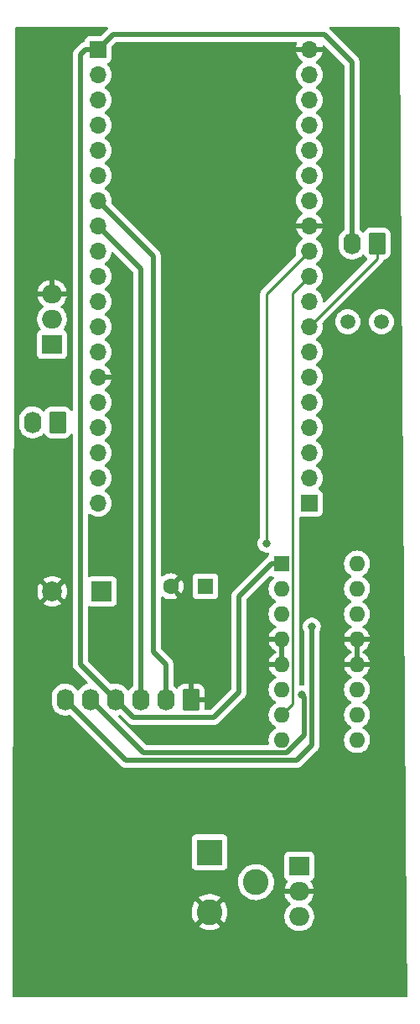
<source format=gbl>
G04 #@! TF.GenerationSoftware,KiCad,Pcbnew,(6.0.10-0)*
G04 #@! TF.CreationDate,2023-04-16T19:02:18-05:00*
G04 #@! TF.ProjectId,v2.0,76322e30-2e6b-4696-9361-645f70636258,v2.0*
G04 #@! TF.SameCoordinates,Original*
G04 #@! TF.FileFunction,Copper,L2,Bot*
G04 #@! TF.FilePolarity,Positive*
%FSLAX46Y46*%
G04 Gerber Fmt 4.6, Leading zero omitted, Abs format (unit mm)*
G04 Created by KiCad (PCBNEW (6.0.10-0)) date 2023-04-16 19:02:18*
%MOMM*%
%LPD*%
G01*
G04 APERTURE LIST*
G04 Aperture macros list*
%AMRoundRect*
0 Rectangle with rounded corners*
0 $1 Rounding radius*
0 $2 $3 $4 $5 $6 $7 $8 $9 X,Y pos of 4 corners*
0 Add a 4 corners polygon primitive as box body*
4,1,4,$2,$3,$4,$5,$6,$7,$8,$9,$2,$3,0*
0 Add four circle primitives for the rounded corners*
1,1,$1+$1,$2,$3*
1,1,$1+$1,$4,$5*
1,1,$1+$1,$6,$7*
1,1,$1+$1,$8,$9*
0 Add four rect primitives between the rounded corners*
20,1,$1+$1,$2,$3,$4,$5,0*
20,1,$1+$1,$4,$5,$6,$7,0*
20,1,$1+$1,$6,$7,$8,$9,0*
20,1,$1+$1,$8,$9,$2,$3,0*%
G04 Aperture macros list end*
G04 #@! TA.AperFunction,ComponentPad*
%ADD10RoundRect,0.250000X0.620000X0.845000X-0.620000X0.845000X-0.620000X-0.845000X0.620000X-0.845000X0*%
G04 #@! TD*
G04 #@! TA.AperFunction,ComponentPad*
%ADD11O,1.740000X2.190000*%
G04 #@! TD*
G04 #@! TA.AperFunction,ComponentPad*
%ADD12R,2.000000X2.000000*%
G04 #@! TD*
G04 #@! TA.AperFunction,ComponentPad*
%ADD13C,2.000000*%
G04 #@! TD*
G04 #@! TA.AperFunction,ComponentPad*
%ADD14R,1.600000X1.600000*%
G04 #@! TD*
G04 #@! TA.AperFunction,ComponentPad*
%ADD15C,1.600000*%
G04 #@! TD*
G04 #@! TA.AperFunction,ComponentPad*
%ADD16O,1.600000X1.600000*%
G04 #@! TD*
G04 #@! TA.AperFunction,ComponentPad*
%ADD17R,1.700000X1.700000*%
G04 #@! TD*
G04 #@! TA.AperFunction,ComponentPad*
%ADD18O,1.700000X1.700000*%
G04 #@! TD*
G04 #@! TA.AperFunction,ComponentPad*
%ADD19R,2.000000X1.905000*%
G04 #@! TD*
G04 #@! TA.AperFunction,ComponentPad*
%ADD20O,2.000000X1.905000*%
G04 #@! TD*
G04 #@! TA.AperFunction,ComponentPad*
%ADD21C,1.500000*%
G04 #@! TD*
G04 #@! TA.AperFunction,ComponentPad*
%ADD22R,2.600000X2.600000*%
G04 #@! TD*
G04 #@! TA.AperFunction,ComponentPad*
%ADD23C,2.600000*%
G04 #@! TD*
G04 #@! TA.AperFunction,ViaPad*
%ADD24C,0.800000*%
G04 #@! TD*
G04 #@! TA.AperFunction,Conductor*
%ADD25C,0.508000*%
G04 #@! TD*
G04 #@! TA.AperFunction,Conductor*
%ADD26C,0.254000*%
G04 #@! TD*
G04 APERTURE END LIST*
D10*
X213360000Y-101072000D03*
D11*
X210820000Y-101072000D03*
X208280000Y-101072000D03*
X205740000Y-101072000D03*
X203200000Y-101072000D03*
X200660000Y-101072000D03*
D12*
X204342248Y-90170000D03*
D13*
X199342248Y-90170000D03*
D14*
X214808134Y-89662000D03*
D15*
X211308134Y-89662000D03*
D14*
X222504000Y-87376000D03*
D16*
X222504000Y-89916000D03*
X222504000Y-92456000D03*
X222504000Y-94996000D03*
X222504000Y-97536000D03*
X222504000Y-100076000D03*
X222504000Y-102616000D03*
X222504000Y-105156000D03*
X230124000Y-105156000D03*
X230124000Y-102616000D03*
X230124000Y-100076000D03*
X230124000Y-97536000D03*
X230124000Y-94996000D03*
X230124000Y-92456000D03*
X230124000Y-89916000D03*
X230124000Y-87376000D03*
D17*
X203962000Y-35560000D03*
D18*
X203962000Y-38100000D03*
X203962000Y-40640000D03*
X203962000Y-43180000D03*
X203962000Y-45720000D03*
X203962000Y-48260000D03*
X203962000Y-50800000D03*
X203962000Y-53340000D03*
X203962000Y-55880000D03*
X203962000Y-58420000D03*
X203962000Y-60960000D03*
X203962000Y-63500000D03*
X203962000Y-66040000D03*
X203962000Y-68580000D03*
X203962000Y-71120000D03*
X203962000Y-73660000D03*
X203962000Y-76200000D03*
X203962000Y-78740000D03*
X203962000Y-81280000D03*
D10*
X232156000Y-55098000D03*
D11*
X229616000Y-55098000D03*
D19*
X199319000Y-65278000D03*
D20*
X199319000Y-62738000D03*
X199319000Y-60198000D03*
D18*
X225298000Y-35560000D03*
X225298000Y-38100000D03*
X225298000Y-40640000D03*
X225298000Y-43180000D03*
X225298000Y-45720000D03*
X225298000Y-48260000D03*
X225298000Y-50800000D03*
X225298000Y-53340000D03*
X225298000Y-55880000D03*
X225298000Y-58420000D03*
X225298000Y-60960000D03*
X225298000Y-63500000D03*
X225298000Y-66040000D03*
X225298000Y-68580000D03*
X225298000Y-71120000D03*
X225298000Y-73660000D03*
X225298000Y-76200000D03*
X225298000Y-78740000D03*
D17*
X225298000Y-81280000D03*
D21*
X232586000Y-62992000D03*
X229186000Y-62992000D03*
D20*
X224282000Y-122936000D03*
X224282000Y-120396000D03*
D19*
X224282000Y-117856000D03*
D10*
X199898000Y-73132000D03*
D11*
X197358000Y-73132000D03*
D22*
X215221000Y-116482000D03*
D23*
X215221000Y-122482000D03*
X219921000Y-119482000D03*
D24*
X225552000Y-93726000D03*
X224536000Y-100584000D03*
X220980000Y-85344000D03*
D25*
X206776000Y-107188000D02*
X224028000Y-107188000D01*
X225552000Y-105664000D02*
X225552000Y-93726000D01*
X200660000Y-101072000D02*
X206776000Y-107188000D01*
X224028000Y-107188000D02*
X225552000Y-105664000D01*
X203200000Y-101072000D02*
X208538000Y-106410000D01*
X208538000Y-106410000D02*
X223023424Y-106410000D01*
X223023424Y-106410000D02*
X224790000Y-104643424D01*
X224790000Y-104643424D02*
X224790000Y-100838000D01*
X224790000Y-100838000D02*
X224536000Y-100584000D01*
D26*
X220980000Y-85344000D02*
X220980000Y-60198000D01*
X220980000Y-60198000D02*
X225298000Y-55880000D01*
X222504000Y-102616000D02*
X223631000Y-101489000D01*
X223631000Y-101489000D02*
X223631000Y-60087000D01*
X223631000Y-60087000D02*
X225298000Y-58420000D01*
X225298000Y-63500000D02*
X232156000Y-56642000D01*
X232156000Y-56642000D02*
X232156000Y-55098000D01*
D25*
X215646000Y-102870000D02*
X218186000Y-100330000D01*
X205740000Y-101072000D02*
X207538000Y-102870000D01*
X218186000Y-100330000D02*
X218186000Y-90678000D01*
X207538000Y-102870000D02*
X215646000Y-102870000D01*
X218186000Y-90678000D02*
X221488000Y-87376000D01*
X221488000Y-87376000D02*
X222504000Y-87376000D01*
X205740000Y-101072000D02*
X202184000Y-97516000D01*
X202184000Y-97516000D02*
X202184000Y-36068000D01*
X202184000Y-36068000D02*
X202692000Y-35560000D01*
X202692000Y-35560000D02*
X203962000Y-35560000D01*
X208280000Y-101072000D02*
X208280000Y-57658000D01*
X208280000Y-57658000D02*
X203962000Y-53340000D01*
X209550000Y-56388000D02*
X209550000Y-96266000D01*
X203962000Y-50800000D02*
X209550000Y-56388000D01*
X209550000Y-96266000D02*
X210820000Y-97536000D01*
X210820000Y-97536000D02*
X210820000Y-101072000D01*
X229616000Y-36830000D02*
X226822000Y-34036000D01*
X226822000Y-34036000D02*
X205486000Y-34036000D01*
X229616000Y-55098000D02*
X229616000Y-36830000D01*
X205486000Y-34036000D02*
X203962000Y-35560000D01*
G04 #@! TA.AperFunction,Conductor*
G36*
X204932227Y-33294502D02*
G01*
X204978720Y-33348158D01*
X204988824Y-33418432D01*
X204955579Y-33487153D01*
X204940012Y-33503586D01*
X204937634Y-33506028D01*
X204279067Y-34164595D01*
X204216755Y-34198621D01*
X204189972Y-34201500D01*
X203063866Y-34201500D01*
X203001684Y-34208255D01*
X202865295Y-34259385D01*
X202748739Y-34346739D01*
X202661385Y-34463295D01*
X202610255Y-34599684D01*
X202603500Y-34661866D01*
X202603500Y-34693255D01*
X202583498Y-34761376D01*
X202529842Y-34807869D01*
X202515368Y-34812830D01*
X202515393Y-34812899D01*
X202446388Y-34837947D01*
X202442227Y-34839375D01*
X202379387Y-34859732D01*
X202379382Y-34859734D01*
X202372425Y-34861988D01*
X202366173Y-34865782D01*
X202360598Y-34868334D01*
X202355135Y-34871070D01*
X202348259Y-34873566D01*
X202342140Y-34877578D01*
X202286863Y-34913819D01*
X202283159Y-34916156D01*
X202220419Y-34954228D01*
X202211994Y-34961668D01*
X202211969Y-34961640D01*
X202209044Y-34964234D01*
X202205690Y-34967039D01*
X202199565Y-34971054D01*
X202194530Y-34976369D01*
X202194529Y-34976370D01*
X202146012Y-35027586D01*
X202143634Y-35030028D01*
X201692472Y-35481190D01*
X201678059Y-35493577D01*
X201660436Y-35506546D01*
X201655692Y-35512129D01*
X201655693Y-35512129D01*
X201626021Y-35547055D01*
X201619091Y-35554571D01*
X201613347Y-35560315D01*
X201611073Y-35563189D01*
X201611067Y-35563196D01*
X201595628Y-35582711D01*
X201592837Y-35586115D01*
X201550055Y-35636472D01*
X201550052Y-35636476D01*
X201545316Y-35642051D01*
X201541988Y-35648568D01*
X201538611Y-35653632D01*
X201535384Y-35658856D01*
X201530840Y-35664600D01*
X201527741Y-35671231D01*
X201499768Y-35731082D01*
X201497837Y-35735033D01*
X201464457Y-35800404D01*
X201462716Y-35807519D01*
X201460579Y-35813265D01*
X201458655Y-35819048D01*
X201455556Y-35825679D01*
X201454066Y-35832843D01*
X201440608Y-35897547D01*
X201439639Y-35901829D01*
X201422196Y-35973112D01*
X201421500Y-35984330D01*
X201421461Y-35984328D01*
X201421228Y-35988229D01*
X201420839Y-35992588D01*
X201419348Y-35999756D01*
X201419546Y-36007073D01*
X201421454Y-36077577D01*
X201421500Y-36080986D01*
X201421500Y-71862502D01*
X201401498Y-71930623D01*
X201347842Y-71977116D01*
X201277568Y-71987220D01*
X201212988Y-71957726D01*
X201188356Y-71928805D01*
X201120332Y-71818880D01*
X201116478Y-71812652D01*
X200991303Y-71687695D01*
X200891951Y-71626453D01*
X200846968Y-71598725D01*
X200846966Y-71598724D01*
X200840738Y-71594885D01*
X200680254Y-71541655D01*
X200679389Y-71541368D01*
X200679387Y-71541368D01*
X200672861Y-71539203D01*
X200666025Y-71538503D01*
X200666022Y-71538502D01*
X200618449Y-71533628D01*
X200568400Y-71528500D01*
X199227600Y-71528500D01*
X199224354Y-71528837D01*
X199224350Y-71528837D01*
X199128692Y-71538762D01*
X199128688Y-71538763D01*
X199121834Y-71539474D01*
X199115298Y-71541655D01*
X199115296Y-71541655D01*
X199075030Y-71555089D01*
X198954054Y-71595450D01*
X198803652Y-71688522D01*
X198678695Y-71813697D01*
X198674855Y-71819927D01*
X198674854Y-71819928D01*
X198648611Y-71862502D01*
X198585885Y-71964262D01*
X198583738Y-71962938D01*
X198544688Y-72007290D01*
X198476411Y-72026752D01*
X198408451Y-72006212D01*
X198386239Y-71987728D01*
X198278410Y-71874694D01*
X198278398Y-71874684D01*
X198274724Y-71870832D01*
X198087035Y-71731187D01*
X198082284Y-71728771D01*
X198082280Y-71728769D01*
X197883256Y-71627580D01*
X197883255Y-71627580D01*
X197878500Y-71625162D01*
X197655083Y-71555790D01*
X197649796Y-71555089D01*
X197649795Y-71555089D01*
X197428455Y-71525752D01*
X197428451Y-71525752D01*
X197423171Y-71525052D01*
X197417842Y-71525252D01*
X197417840Y-71525252D01*
X197322346Y-71528837D01*
X197189396Y-71533828D01*
X197105411Y-71551450D01*
X196965668Y-71580771D01*
X196965665Y-71580772D01*
X196960441Y-71581868D01*
X196742854Y-71667797D01*
X196738290Y-71670566D01*
X196738291Y-71670566D01*
X196547417Y-71786391D01*
X196547414Y-71786393D01*
X196542856Y-71789159D01*
X196366166Y-71942483D01*
X196217835Y-72123386D01*
X196149791Y-72242922D01*
X196108468Y-72315516D01*
X196102104Y-72326695D01*
X196022284Y-72546596D01*
X196021335Y-72551845D01*
X196021334Y-72551848D01*
X196015867Y-72582083D01*
X195980656Y-72776803D01*
X195979500Y-72801316D01*
X195979500Y-73415738D01*
X195994295Y-73590102D01*
X195995633Y-73595259D01*
X195995634Y-73595262D01*
X196030582Y-73729908D01*
X196053067Y-73816540D01*
X196149150Y-74029837D01*
X196279798Y-74223896D01*
X196441276Y-74393168D01*
X196628965Y-74532813D01*
X196633716Y-74535229D01*
X196633720Y-74535231D01*
X196748197Y-74593434D01*
X196837500Y-74638838D01*
X197060917Y-74708210D01*
X197066204Y-74708911D01*
X197066205Y-74708911D01*
X197287545Y-74738248D01*
X197287549Y-74738248D01*
X197292829Y-74738948D01*
X197298158Y-74738748D01*
X197298160Y-74738748D01*
X197409716Y-74734560D01*
X197526604Y-74730172D01*
X197650523Y-74704171D01*
X197750332Y-74683229D01*
X197750335Y-74683228D01*
X197755559Y-74682132D01*
X197973146Y-74596203D01*
X198054004Y-74547137D01*
X198168583Y-74477609D01*
X198168586Y-74477607D01*
X198173144Y-74474841D01*
X198349834Y-74321517D01*
X198380408Y-74284229D01*
X198439067Y-74244236D01*
X198510038Y-74242305D01*
X198570786Y-74279050D01*
X198585733Y-74301390D01*
X198586450Y-74300946D01*
X198679522Y-74451348D01*
X198804697Y-74576305D01*
X198810927Y-74580145D01*
X198810928Y-74580146D01*
X198948090Y-74664694D01*
X198955262Y-74669115D01*
X198997815Y-74683229D01*
X199116611Y-74722632D01*
X199116613Y-74722632D01*
X199123139Y-74724797D01*
X199129975Y-74725497D01*
X199129978Y-74725498D01*
X199173031Y-74729909D01*
X199227600Y-74735500D01*
X200568400Y-74735500D01*
X200571646Y-74735163D01*
X200571650Y-74735163D01*
X200667308Y-74725238D01*
X200667312Y-74725237D01*
X200674166Y-74724526D01*
X200680702Y-74722345D01*
X200680704Y-74722345D01*
X200812806Y-74678272D01*
X200841946Y-74668550D01*
X200992348Y-74575478D01*
X201023591Y-74544181D01*
X201112134Y-74455483D01*
X201117305Y-74450303D01*
X201188240Y-74335226D01*
X201241013Y-74287732D01*
X201311084Y-74276309D01*
X201376208Y-74304583D01*
X201415708Y-74363578D01*
X201421500Y-74401342D01*
X201421500Y-97448624D01*
X201420067Y-97467574D01*
X201417876Y-97481973D01*
X201417876Y-97481979D01*
X201416776Y-97489208D01*
X201417369Y-97496500D01*
X201417369Y-97496503D01*
X201421085Y-97542183D01*
X201421500Y-97552398D01*
X201421500Y-97560525D01*
X201424811Y-97588924D01*
X201425238Y-97593244D01*
X201431191Y-97666426D01*
X201433447Y-97673388D01*
X201434643Y-97679376D01*
X201436051Y-97685333D01*
X201436899Y-97692607D01*
X201439397Y-97699489D01*
X201439398Y-97699493D01*
X201461945Y-97761607D01*
X201463355Y-97765711D01*
X201485987Y-97835575D01*
X201489787Y-97841838D01*
X201492325Y-97847380D01*
X201495067Y-97852856D01*
X201497566Y-97859741D01*
X201501581Y-97865865D01*
X201537815Y-97921132D01*
X201540130Y-97924800D01*
X201578227Y-97987581D01*
X201581941Y-97991786D01*
X201581943Y-97991789D01*
X201585667Y-97996005D01*
X201585638Y-97996031D01*
X201588238Y-97998962D01*
X201591042Y-98002316D01*
X201595054Y-98008435D01*
X201600366Y-98013467D01*
X201651586Y-98061988D01*
X201654028Y-98064366D01*
X202893317Y-99303655D01*
X202927343Y-99365967D01*
X202922278Y-99436782D01*
X202879731Y-99493618D01*
X202830098Y-99516064D01*
X202807675Y-99520769D01*
X202807666Y-99520772D01*
X202802441Y-99521868D01*
X202584854Y-99607797D01*
X202545106Y-99631917D01*
X202389417Y-99726391D01*
X202389414Y-99726393D01*
X202384856Y-99729159D01*
X202208166Y-99882483D01*
X202059835Y-100063386D01*
X202057199Y-100068016D01*
X202057196Y-100068021D01*
X202038699Y-100100516D01*
X201987616Y-100149822D01*
X201917985Y-100163683D01*
X201851915Y-100137699D01*
X201824677Y-100108550D01*
X201785977Y-100051067D01*
X201738202Y-99980104D01*
X201707283Y-99947692D01*
X201617325Y-99853393D01*
X201576724Y-99810832D01*
X201389035Y-99671187D01*
X201384284Y-99668771D01*
X201384280Y-99668769D01*
X201185256Y-99567580D01*
X201185255Y-99567580D01*
X201180500Y-99565162D01*
X200957083Y-99495790D01*
X200951796Y-99495089D01*
X200951795Y-99495089D01*
X200730455Y-99465752D01*
X200730451Y-99465752D01*
X200725171Y-99465052D01*
X200719842Y-99465252D01*
X200719840Y-99465252D01*
X200608284Y-99469440D01*
X200491396Y-99473828D01*
X200407411Y-99491450D01*
X200267668Y-99520771D01*
X200267665Y-99520772D01*
X200262441Y-99521868D01*
X200044854Y-99607797D01*
X200005106Y-99631917D01*
X199849417Y-99726391D01*
X199849414Y-99726393D01*
X199844856Y-99729159D01*
X199668166Y-99882483D01*
X199519835Y-100063386D01*
X199404104Y-100266695D01*
X199324284Y-100486596D01*
X199323335Y-100491845D01*
X199323334Y-100491848D01*
X199310079Y-100565150D01*
X199282656Y-100716803D01*
X199282461Y-100720942D01*
X199282460Y-100720949D01*
X199282139Y-100727762D01*
X199281500Y-100741316D01*
X199281500Y-101355738D01*
X199281725Y-101358387D01*
X199291915Y-101478477D01*
X199296295Y-101530102D01*
X199297633Y-101535259D01*
X199297634Y-101535262D01*
X199317993Y-101613699D01*
X199355067Y-101756540D01*
X199357259Y-101761406D01*
X199357260Y-101761409D01*
X199423864Y-101909264D01*
X199451150Y-101969837D01*
X199581798Y-102163896D01*
X199585477Y-102167753D01*
X199585479Y-102167755D01*
X199652719Y-102238240D01*
X199743276Y-102333168D01*
X199930965Y-102472813D01*
X199935716Y-102475229D01*
X199935720Y-102475231D01*
X200134744Y-102576420D01*
X200139500Y-102578838D01*
X200362917Y-102648210D01*
X200368204Y-102648911D01*
X200368205Y-102648911D01*
X200589545Y-102678248D01*
X200589549Y-102678248D01*
X200594829Y-102678948D01*
X200600158Y-102678748D01*
X200600160Y-102678748D01*
X200711716Y-102674560D01*
X200828604Y-102670172D01*
X200922922Y-102650382D01*
X201052175Y-102623262D01*
X201122951Y-102628849D01*
X201167144Y-102657482D01*
X206189190Y-107679528D01*
X206201577Y-107693941D01*
X206214546Y-107711564D01*
X206220129Y-107716307D01*
X206255055Y-107745979D01*
X206262571Y-107752909D01*
X206268315Y-107758653D01*
X206271189Y-107760927D01*
X206271196Y-107760933D01*
X206290711Y-107776372D01*
X206294115Y-107779163D01*
X206344472Y-107821945D01*
X206344476Y-107821948D01*
X206350051Y-107826684D01*
X206356568Y-107830012D01*
X206361632Y-107833389D01*
X206366856Y-107836616D01*
X206372600Y-107841160D01*
X206379231Y-107844259D01*
X206439082Y-107872232D01*
X206443033Y-107874163D01*
X206508404Y-107907543D01*
X206515519Y-107909284D01*
X206521265Y-107911421D01*
X206527048Y-107913345D01*
X206533679Y-107916444D01*
X206605557Y-107931394D01*
X206609829Y-107932361D01*
X206681112Y-107949804D01*
X206686711Y-107950151D01*
X206686715Y-107950152D01*
X206692330Y-107950500D01*
X206692328Y-107950539D01*
X206696229Y-107950772D01*
X206700588Y-107951161D01*
X206707756Y-107952652D01*
X206715073Y-107952454D01*
X206785577Y-107950546D01*
X206788986Y-107950500D01*
X223960624Y-107950500D01*
X223979574Y-107951933D01*
X223993973Y-107954124D01*
X223993979Y-107954124D01*
X224001208Y-107955224D01*
X224008500Y-107954631D01*
X224008503Y-107954631D01*
X224054183Y-107950915D01*
X224064398Y-107950500D01*
X224072525Y-107950500D01*
X224076161Y-107950076D01*
X224076163Y-107950076D01*
X224079615Y-107949673D01*
X224100924Y-107947189D01*
X224105244Y-107946762D01*
X224178426Y-107940809D01*
X224185388Y-107938553D01*
X224191376Y-107937357D01*
X224197333Y-107935949D01*
X224204607Y-107935101D01*
X224211489Y-107932603D01*
X224211493Y-107932602D01*
X224273607Y-107910055D01*
X224277711Y-107908645D01*
X224347575Y-107886013D01*
X224353838Y-107882213D01*
X224359380Y-107879675D01*
X224364856Y-107876933D01*
X224371741Y-107874434D01*
X224433132Y-107834185D01*
X224436800Y-107831870D01*
X224499581Y-107793773D01*
X224503786Y-107790059D01*
X224503789Y-107790057D01*
X224508005Y-107786333D01*
X224508031Y-107786362D01*
X224510962Y-107783762D01*
X224514316Y-107780958D01*
X224520435Y-107776946D01*
X224573989Y-107720413D01*
X224576366Y-107717972D01*
X226043528Y-106250810D01*
X226057941Y-106238423D01*
X226069665Y-106229795D01*
X226075564Y-106225454D01*
X226109979Y-106184945D01*
X226116909Y-106177429D01*
X226122653Y-106171685D01*
X226124924Y-106168815D01*
X226124929Y-106168809D01*
X226140397Y-106149259D01*
X226143185Y-106145859D01*
X226185943Y-106095530D01*
X226185945Y-106095528D01*
X226190684Y-106089949D01*
X226194014Y-106083428D01*
X226197405Y-106078343D01*
X226200616Y-106073144D01*
X226205160Y-106067401D01*
X226236235Y-106000911D01*
X226238167Y-105996959D01*
X226268213Y-105938117D01*
X226271543Y-105931596D01*
X226273284Y-105924479D01*
X226275411Y-105918761D01*
X226277342Y-105912955D01*
X226280443Y-105906321D01*
X226295391Y-105834461D01*
X226296359Y-105830181D01*
X226299522Y-105817257D01*
X226313804Y-105758888D01*
X226314500Y-105747670D01*
X226314539Y-105747672D01*
X226314772Y-105743771D01*
X226315161Y-105739412D01*
X226316652Y-105732244D01*
X226314546Y-105654424D01*
X226314500Y-105651015D01*
X226314500Y-105156000D01*
X228810502Y-105156000D01*
X228830457Y-105384087D01*
X228831880Y-105389399D01*
X228831881Y-105389402D01*
X228858539Y-105488888D01*
X228889716Y-105605243D01*
X228892039Y-105610224D01*
X228892039Y-105610225D01*
X228984151Y-105807762D01*
X228984154Y-105807767D01*
X228986477Y-105812749D01*
X229117802Y-106000300D01*
X229279700Y-106162198D01*
X229284208Y-106165355D01*
X229284211Y-106165357D01*
X229362065Y-106219871D01*
X229467251Y-106293523D01*
X229472233Y-106295846D01*
X229472238Y-106295849D01*
X229574496Y-106343532D01*
X229674757Y-106390284D01*
X229680065Y-106391706D01*
X229680067Y-106391707D01*
X229890598Y-106448119D01*
X229890600Y-106448119D01*
X229895913Y-106449543D01*
X230124000Y-106469498D01*
X230352087Y-106449543D01*
X230357400Y-106448119D01*
X230357402Y-106448119D01*
X230567933Y-106391707D01*
X230567935Y-106391706D01*
X230573243Y-106390284D01*
X230673504Y-106343532D01*
X230775762Y-106295849D01*
X230775767Y-106295846D01*
X230780749Y-106293523D01*
X230885935Y-106219871D01*
X230963789Y-106165357D01*
X230963792Y-106165355D01*
X230968300Y-106162198D01*
X231130198Y-106000300D01*
X231261523Y-105812749D01*
X231263846Y-105807767D01*
X231263849Y-105807762D01*
X231355961Y-105610225D01*
X231355961Y-105610224D01*
X231358284Y-105605243D01*
X231389462Y-105488888D01*
X231416119Y-105389402D01*
X231416120Y-105389399D01*
X231417543Y-105384087D01*
X231437498Y-105156000D01*
X231417543Y-104927913D01*
X231358284Y-104706757D01*
X231286766Y-104553385D01*
X231263849Y-104504238D01*
X231263846Y-104504233D01*
X231261523Y-104499251D01*
X231130198Y-104311700D01*
X230968300Y-104149802D01*
X230963792Y-104146645D01*
X230963789Y-104146643D01*
X230885611Y-104091902D01*
X230780749Y-104018477D01*
X230775767Y-104016154D01*
X230775762Y-104016151D01*
X230741543Y-104000195D01*
X230688258Y-103953278D01*
X230668797Y-103885001D01*
X230689339Y-103817041D01*
X230741543Y-103771805D01*
X230775762Y-103755849D01*
X230775767Y-103755846D01*
X230780749Y-103753523D01*
X230953532Y-103632539D01*
X230963789Y-103625357D01*
X230963792Y-103625355D01*
X230968300Y-103622198D01*
X231130198Y-103460300D01*
X231150513Y-103431288D01*
X231258366Y-103277257D01*
X231261523Y-103272749D01*
X231263846Y-103267767D01*
X231263849Y-103267762D01*
X231355961Y-103070225D01*
X231355961Y-103070224D01*
X231358284Y-103065243D01*
X231417543Y-102844087D01*
X231437498Y-102616000D01*
X231417543Y-102387913D01*
X231358284Y-102166757D01*
X231318115Y-102080614D01*
X231263849Y-101964238D01*
X231263846Y-101964233D01*
X231261523Y-101959251D01*
X231130198Y-101771700D01*
X230968300Y-101609802D01*
X230963792Y-101606645D01*
X230963789Y-101606643D01*
X230846892Y-101524791D01*
X230780749Y-101478477D01*
X230775767Y-101476154D01*
X230775762Y-101476151D01*
X230741543Y-101460195D01*
X230688258Y-101413278D01*
X230668797Y-101345001D01*
X230689339Y-101277041D01*
X230741543Y-101231805D01*
X230775762Y-101215849D01*
X230775767Y-101215846D01*
X230780749Y-101213523D01*
X230885611Y-101140098D01*
X230963789Y-101085357D01*
X230963792Y-101085355D01*
X230968300Y-101082198D01*
X231130198Y-100920300D01*
X231141316Y-100904423D01*
X231222652Y-100788262D01*
X231261523Y-100732749D01*
X231263846Y-100727767D01*
X231263849Y-100727762D01*
X231355961Y-100530225D01*
X231355961Y-100530224D01*
X231358284Y-100525243D01*
X231413166Y-100320424D01*
X231416119Y-100309402D01*
X231416119Y-100309400D01*
X231417543Y-100304087D01*
X231437498Y-100076000D01*
X231417543Y-99847913D01*
X231394051Y-99760240D01*
X231359707Y-99632067D01*
X231359706Y-99632065D01*
X231358284Y-99626757D01*
X231348528Y-99605835D01*
X231263849Y-99424238D01*
X231263846Y-99424233D01*
X231261523Y-99419251D01*
X231130198Y-99231700D01*
X230968300Y-99069802D01*
X230963792Y-99066645D01*
X230963789Y-99066643D01*
X230885611Y-99011902D01*
X230780749Y-98938477D01*
X230775767Y-98936154D01*
X230775762Y-98936151D01*
X230740951Y-98919919D01*
X230687666Y-98873002D01*
X230668205Y-98804725D01*
X230688747Y-98736765D01*
X230740951Y-98691529D01*
X230775511Y-98675414D01*
X230785007Y-98669931D01*
X230963467Y-98544972D01*
X230971875Y-98537916D01*
X231125916Y-98383875D01*
X231132972Y-98375467D01*
X231257931Y-98197007D01*
X231263414Y-98187511D01*
X231355490Y-97990053D01*
X231359236Y-97979761D01*
X231405394Y-97807497D01*
X231405058Y-97793401D01*
X231397116Y-97790000D01*
X228856033Y-97790000D01*
X228842502Y-97793973D01*
X228841273Y-97802522D01*
X228888764Y-97979761D01*
X228892510Y-97990053D01*
X228984586Y-98187511D01*
X228990069Y-98197007D01*
X229115028Y-98375467D01*
X229122084Y-98383875D01*
X229276125Y-98537916D01*
X229284533Y-98544972D01*
X229462993Y-98669931D01*
X229472489Y-98675414D01*
X229507049Y-98691529D01*
X229560334Y-98738446D01*
X229579795Y-98806723D01*
X229559253Y-98874683D01*
X229507049Y-98919919D01*
X229472238Y-98936151D01*
X229472233Y-98936154D01*
X229467251Y-98938477D01*
X229362389Y-99011902D01*
X229284211Y-99066643D01*
X229284208Y-99066645D01*
X229279700Y-99069802D01*
X229117802Y-99231700D01*
X228986477Y-99419251D01*
X228984154Y-99424233D01*
X228984151Y-99424238D01*
X228899472Y-99605835D01*
X228889716Y-99626757D01*
X228888294Y-99632065D01*
X228888293Y-99632067D01*
X228853949Y-99760240D01*
X228830457Y-99847913D01*
X228810502Y-100076000D01*
X228830457Y-100304087D01*
X228831881Y-100309400D01*
X228831881Y-100309402D01*
X228834835Y-100320424D01*
X228889716Y-100525243D01*
X228892039Y-100530224D01*
X228892039Y-100530225D01*
X228984151Y-100727762D01*
X228984154Y-100727767D01*
X228986477Y-100732749D01*
X229025348Y-100788262D01*
X229106685Y-100904423D01*
X229117802Y-100920300D01*
X229279700Y-101082198D01*
X229284208Y-101085355D01*
X229284211Y-101085357D01*
X229362389Y-101140098D01*
X229467251Y-101213523D01*
X229472233Y-101215846D01*
X229472238Y-101215849D01*
X229506457Y-101231805D01*
X229559742Y-101278722D01*
X229579203Y-101346999D01*
X229558661Y-101414959D01*
X229506457Y-101460195D01*
X229472238Y-101476151D01*
X229472233Y-101476154D01*
X229467251Y-101478477D01*
X229401108Y-101524791D01*
X229284211Y-101606643D01*
X229284208Y-101606645D01*
X229279700Y-101609802D01*
X229117802Y-101771700D01*
X228986477Y-101959251D01*
X228984154Y-101964233D01*
X228984151Y-101964238D01*
X228929885Y-102080614D01*
X228889716Y-102166757D01*
X228830457Y-102387913D01*
X228810502Y-102616000D01*
X228830457Y-102844087D01*
X228889716Y-103065243D01*
X228892039Y-103070224D01*
X228892039Y-103070225D01*
X228984151Y-103267762D01*
X228984154Y-103267767D01*
X228986477Y-103272749D01*
X228989634Y-103277257D01*
X229097488Y-103431288D01*
X229117802Y-103460300D01*
X229279700Y-103622198D01*
X229284208Y-103625355D01*
X229284211Y-103625357D01*
X229294468Y-103632539D01*
X229467251Y-103753523D01*
X229472233Y-103755846D01*
X229472238Y-103755849D01*
X229506457Y-103771805D01*
X229559742Y-103818722D01*
X229579203Y-103886999D01*
X229558661Y-103954959D01*
X229506457Y-104000195D01*
X229472238Y-104016151D01*
X229472233Y-104016154D01*
X229467251Y-104018477D01*
X229362389Y-104091902D01*
X229284211Y-104146643D01*
X229284208Y-104146645D01*
X229279700Y-104149802D01*
X229117802Y-104311700D01*
X228986477Y-104499251D01*
X228984154Y-104504233D01*
X228984151Y-104504238D01*
X228961234Y-104553385D01*
X228889716Y-104706757D01*
X228830457Y-104927913D01*
X228810502Y-105156000D01*
X226314500Y-105156000D01*
X226314500Y-95262522D01*
X228841273Y-95262522D01*
X228888764Y-95439761D01*
X228892510Y-95450053D01*
X228984586Y-95647511D01*
X228990069Y-95657007D01*
X229115028Y-95835467D01*
X229122084Y-95843875D01*
X229276125Y-95997916D01*
X229284533Y-96004972D01*
X229462993Y-96129931D01*
X229472489Y-96135414D01*
X229507641Y-96151805D01*
X229560926Y-96198722D01*
X229580387Y-96266999D01*
X229559845Y-96334959D01*
X229507641Y-96380195D01*
X229472489Y-96396586D01*
X229462993Y-96402069D01*
X229284533Y-96527028D01*
X229276125Y-96534084D01*
X229122084Y-96688125D01*
X229115028Y-96696533D01*
X228990069Y-96874993D01*
X228984586Y-96884489D01*
X228892510Y-97081947D01*
X228888764Y-97092239D01*
X228842606Y-97264503D01*
X228842942Y-97278599D01*
X228850884Y-97282000D01*
X229851885Y-97282000D01*
X229867124Y-97277525D01*
X229868329Y-97276135D01*
X229870000Y-97268452D01*
X229870000Y-97263885D01*
X230378000Y-97263885D01*
X230382475Y-97279124D01*
X230383865Y-97280329D01*
X230391548Y-97282000D01*
X231391967Y-97282000D01*
X231405498Y-97278027D01*
X231406727Y-97269478D01*
X231359236Y-97092239D01*
X231355490Y-97081947D01*
X231263414Y-96884489D01*
X231257931Y-96874993D01*
X231132972Y-96696533D01*
X231125916Y-96688125D01*
X230971875Y-96534084D01*
X230963467Y-96527028D01*
X230785007Y-96402069D01*
X230775511Y-96396586D01*
X230740359Y-96380195D01*
X230687074Y-96333278D01*
X230667613Y-96265001D01*
X230688155Y-96197041D01*
X230740359Y-96151805D01*
X230775511Y-96135414D01*
X230785007Y-96129931D01*
X230963467Y-96004972D01*
X230971875Y-95997916D01*
X231125916Y-95843875D01*
X231132972Y-95835467D01*
X231257931Y-95657007D01*
X231263414Y-95647511D01*
X231355490Y-95450053D01*
X231359236Y-95439761D01*
X231405394Y-95267497D01*
X231405058Y-95253401D01*
X231397116Y-95250000D01*
X230396115Y-95250000D01*
X230380876Y-95254475D01*
X230379671Y-95255865D01*
X230378000Y-95263548D01*
X230378000Y-97263885D01*
X229870000Y-97263885D01*
X229870000Y-95268115D01*
X229865525Y-95252876D01*
X229864135Y-95251671D01*
X229856452Y-95250000D01*
X228856033Y-95250000D01*
X228842502Y-95253973D01*
X228841273Y-95262522D01*
X226314500Y-95262522D01*
X226314500Y-94256071D01*
X226331381Y-94193071D01*
X226383223Y-94103279D01*
X226383224Y-94103278D01*
X226386527Y-94097556D01*
X226445542Y-93915928D01*
X226465504Y-93726000D01*
X226451580Y-93593523D01*
X226446232Y-93542635D01*
X226446232Y-93542633D01*
X226445542Y-93536072D01*
X226386527Y-93354444D01*
X226291040Y-93189056D01*
X226163253Y-93047134D01*
X226008752Y-92934882D01*
X226002724Y-92932198D01*
X226002722Y-92932197D01*
X225840319Y-92859891D01*
X225840318Y-92859891D01*
X225834288Y-92857206D01*
X225740888Y-92837353D01*
X225653944Y-92818872D01*
X225653939Y-92818872D01*
X225647487Y-92817500D01*
X225456513Y-92817500D01*
X225450061Y-92818872D01*
X225450056Y-92818872D01*
X225363112Y-92837353D01*
X225269712Y-92857206D01*
X225263682Y-92859891D01*
X225263681Y-92859891D01*
X225101278Y-92932197D01*
X225101276Y-92932198D01*
X225095248Y-92934882D01*
X224940747Y-93047134D01*
X224812960Y-93189056D01*
X224717473Y-93354444D01*
X224658458Y-93536072D01*
X224657768Y-93542633D01*
X224657768Y-93542635D01*
X224652420Y-93593523D01*
X224638496Y-93726000D01*
X224658458Y-93915928D01*
X224717473Y-94097556D01*
X224720776Y-94103278D01*
X224720777Y-94103279D01*
X224772619Y-94193071D01*
X224789500Y-94256071D01*
X224789500Y-99553489D01*
X224769498Y-99621610D01*
X224715842Y-99668103D01*
X224645568Y-99678207D01*
X224638250Y-99676905D01*
X224637947Y-99676873D01*
X224631487Y-99675500D01*
X224440513Y-99675500D01*
X224434053Y-99676873D01*
X224434054Y-99676873D01*
X224418696Y-99680137D01*
X224347905Y-99674734D01*
X224291273Y-99631917D01*
X224266780Y-99565280D01*
X224266500Y-99556890D01*
X224266500Y-92456000D01*
X228810502Y-92456000D01*
X228830457Y-92684087D01*
X228889716Y-92905243D01*
X228892039Y-92910224D01*
X228892039Y-92910225D01*
X228984151Y-93107762D01*
X228984154Y-93107767D01*
X228986477Y-93112749D01*
X229117802Y-93300300D01*
X229279700Y-93462198D01*
X229284208Y-93465355D01*
X229284211Y-93465357D01*
X229362389Y-93520098D01*
X229467251Y-93593523D01*
X229472233Y-93595846D01*
X229472238Y-93595849D01*
X229507049Y-93612081D01*
X229560334Y-93658998D01*
X229579795Y-93727275D01*
X229559253Y-93795235D01*
X229507049Y-93840471D01*
X229472489Y-93856586D01*
X229462993Y-93862069D01*
X229284533Y-93987028D01*
X229276125Y-93994084D01*
X229122084Y-94148125D01*
X229115028Y-94156533D01*
X228990069Y-94334993D01*
X228984586Y-94344489D01*
X228892510Y-94541947D01*
X228888764Y-94552239D01*
X228842606Y-94724503D01*
X228842942Y-94738599D01*
X228850884Y-94742000D01*
X231391967Y-94742000D01*
X231405498Y-94738027D01*
X231406727Y-94729478D01*
X231359236Y-94552239D01*
X231355490Y-94541947D01*
X231263414Y-94344489D01*
X231257931Y-94334993D01*
X231132972Y-94156533D01*
X231125916Y-94148125D01*
X230971875Y-93994084D01*
X230963467Y-93987028D01*
X230785007Y-93862069D01*
X230775511Y-93856586D01*
X230740951Y-93840471D01*
X230687666Y-93793554D01*
X230668205Y-93725277D01*
X230688747Y-93657317D01*
X230740951Y-93612081D01*
X230775762Y-93595849D01*
X230775767Y-93595846D01*
X230780749Y-93593523D01*
X230885611Y-93520098D01*
X230963789Y-93465357D01*
X230963792Y-93465355D01*
X230968300Y-93462198D01*
X231130198Y-93300300D01*
X231261523Y-93112749D01*
X231263846Y-93107767D01*
X231263849Y-93107762D01*
X231355961Y-92910225D01*
X231355961Y-92910224D01*
X231358284Y-92905243D01*
X231417543Y-92684087D01*
X231437498Y-92456000D01*
X231417543Y-92227913D01*
X231358284Y-92006757D01*
X231355961Y-92001775D01*
X231263849Y-91804238D01*
X231263846Y-91804233D01*
X231261523Y-91799251D01*
X231166038Y-91662885D01*
X231133357Y-91616211D01*
X231133355Y-91616208D01*
X231130198Y-91611700D01*
X230968300Y-91449802D01*
X230963792Y-91446645D01*
X230963789Y-91446643D01*
X230883308Y-91390290D01*
X230780749Y-91318477D01*
X230775767Y-91316154D01*
X230775762Y-91316151D01*
X230741543Y-91300195D01*
X230688258Y-91253278D01*
X230668797Y-91185001D01*
X230689339Y-91117041D01*
X230741543Y-91071805D01*
X230775762Y-91055849D01*
X230775767Y-91055846D01*
X230780749Y-91053523D01*
X230912927Y-90960971D01*
X230963789Y-90925357D01*
X230963792Y-90925355D01*
X230968300Y-90922198D01*
X231130198Y-90760300D01*
X231172104Y-90700453D01*
X231235610Y-90609756D01*
X231261523Y-90572749D01*
X231263846Y-90567767D01*
X231263849Y-90567762D01*
X231355961Y-90370225D01*
X231355961Y-90370224D01*
X231358284Y-90365243D01*
X231364223Y-90343081D01*
X231416119Y-90149402D01*
X231416119Y-90149400D01*
X231417543Y-90144087D01*
X231437498Y-89916000D01*
X231417543Y-89687913D01*
X231398801Y-89617968D01*
X231359707Y-89472067D01*
X231359706Y-89472065D01*
X231358284Y-89466757D01*
X231284684Y-89308920D01*
X231263849Y-89264238D01*
X231263846Y-89264233D01*
X231261523Y-89259251D01*
X231130198Y-89071700D01*
X230968300Y-88909802D01*
X230963792Y-88906645D01*
X230963789Y-88906643D01*
X230883017Y-88850086D01*
X230780749Y-88778477D01*
X230775767Y-88776154D01*
X230775762Y-88776151D01*
X230741543Y-88760195D01*
X230688258Y-88713278D01*
X230668797Y-88645001D01*
X230689339Y-88577041D01*
X230741543Y-88531805D01*
X230775762Y-88515849D01*
X230775767Y-88515846D01*
X230780749Y-88513523D01*
X230926617Y-88411385D01*
X230963789Y-88385357D01*
X230963792Y-88385355D01*
X230968300Y-88382198D01*
X231130198Y-88220300D01*
X231261523Y-88032749D01*
X231263846Y-88027767D01*
X231263849Y-88027762D01*
X231355961Y-87830225D01*
X231355961Y-87830224D01*
X231358284Y-87825243D01*
X231417543Y-87604087D01*
X231437498Y-87376000D01*
X231417543Y-87147913D01*
X231358284Y-86926757D01*
X231320076Y-86844819D01*
X231263849Y-86724238D01*
X231263846Y-86724233D01*
X231261523Y-86719251D01*
X231130198Y-86531700D01*
X230968300Y-86369802D01*
X230963792Y-86366645D01*
X230963789Y-86366643D01*
X230885382Y-86311742D01*
X230780749Y-86238477D01*
X230775767Y-86236154D01*
X230775762Y-86236151D01*
X230578225Y-86144039D01*
X230578224Y-86144039D01*
X230573243Y-86141716D01*
X230567935Y-86140294D01*
X230567933Y-86140293D01*
X230357402Y-86083881D01*
X230357400Y-86083881D01*
X230352087Y-86082457D01*
X230124000Y-86062502D01*
X229895913Y-86082457D01*
X229890600Y-86083881D01*
X229890598Y-86083881D01*
X229680067Y-86140293D01*
X229680065Y-86140294D01*
X229674757Y-86141716D01*
X229669776Y-86144039D01*
X229669775Y-86144039D01*
X229472238Y-86236151D01*
X229472233Y-86236154D01*
X229467251Y-86238477D01*
X229362618Y-86311742D01*
X229284211Y-86366643D01*
X229284208Y-86366645D01*
X229279700Y-86369802D01*
X229117802Y-86531700D01*
X228986477Y-86719251D01*
X228984154Y-86724233D01*
X228984151Y-86724238D01*
X228927924Y-86844819D01*
X228889716Y-86926757D01*
X228830457Y-87147913D01*
X228810502Y-87376000D01*
X228830457Y-87604087D01*
X228889716Y-87825243D01*
X228892039Y-87830224D01*
X228892039Y-87830225D01*
X228984151Y-88027762D01*
X228984154Y-88027767D01*
X228986477Y-88032749D01*
X229117802Y-88220300D01*
X229279700Y-88382198D01*
X229284208Y-88385355D01*
X229284211Y-88385357D01*
X229321383Y-88411385D01*
X229467251Y-88513523D01*
X229472233Y-88515846D01*
X229472238Y-88515849D01*
X229506457Y-88531805D01*
X229559742Y-88578722D01*
X229579203Y-88646999D01*
X229558661Y-88714959D01*
X229506457Y-88760195D01*
X229472238Y-88776151D01*
X229472233Y-88776154D01*
X229467251Y-88778477D01*
X229364983Y-88850086D01*
X229284211Y-88906643D01*
X229284208Y-88906645D01*
X229279700Y-88909802D01*
X229117802Y-89071700D01*
X228986477Y-89259251D01*
X228984154Y-89264233D01*
X228984151Y-89264238D01*
X228963316Y-89308920D01*
X228889716Y-89466757D01*
X228888294Y-89472065D01*
X228888293Y-89472067D01*
X228849199Y-89617968D01*
X228830457Y-89687913D01*
X228810502Y-89916000D01*
X228830457Y-90144087D01*
X228831881Y-90149400D01*
X228831881Y-90149402D01*
X228883778Y-90343081D01*
X228889716Y-90365243D01*
X228892039Y-90370224D01*
X228892039Y-90370225D01*
X228984151Y-90567762D01*
X228984154Y-90567767D01*
X228986477Y-90572749D01*
X229012390Y-90609756D01*
X229075897Y-90700453D01*
X229117802Y-90760300D01*
X229279700Y-90922198D01*
X229284208Y-90925355D01*
X229284211Y-90925357D01*
X229335073Y-90960971D01*
X229467251Y-91053523D01*
X229472233Y-91055846D01*
X229472238Y-91055849D01*
X229506457Y-91071805D01*
X229559742Y-91118722D01*
X229579203Y-91186999D01*
X229558661Y-91254959D01*
X229506457Y-91300195D01*
X229472238Y-91316151D01*
X229472233Y-91316154D01*
X229467251Y-91318477D01*
X229364692Y-91390290D01*
X229284211Y-91446643D01*
X229284208Y-91446645D01*
X229279700Y-91449802D01*
X229117802Y-91611700D01*
X229114645Y-91616208D01*
X229114643Y-91616211D01*
X229081962Y-91662885D01*
X228986477Y-91799251D01*
X228984154Y-91804233D01*
X228984151Y-91804238D01*
X228892039Y-92001775D01*
X228889716Y-92006757D01*
X228830457Y-92227913D01*
X228810502Y-92456000D01*
X224266500Y-92456000D01*
X224266500Y-82764101D01*
X224286502Y-82695980D01*
X224340158Y-82649487D01*
X224398794Y-82638384D01*
X224399866Y-82638500D01*
X226196134Y-82638500D01*
X226258316Y-82631745D01*
X226394705Y-82580615D01*
X226511261Y-82493261D01*
X226598615Y-82376705D01*
X226649745Y-82240316D01*
X226656500Y-82178134D01*
X226656500Y-80381866D01*
X226649745Y-80319684D01*
X226598615Y-80183295D01*
X226511261Y-80066739D01*
X226394705Y-79979385D01*
X226329501Y-79954941D01*
X226276203Y-79934960D01*
X226219439Y-79892318D01*
X226194739Y-79825756D01*
X226209947Y-79756408D01*
X226231493Y-79727727D01*
X226332435Y-79627137D01*
X226336096Y-79623489D01*
X226466453Y-79442077D01*
X226565430Y-79241811D01*
X226630370Y-79028069D01*
X226659529Y-78806590D01*
X226661156Y-78740000D01*
X226642852Y-78517361D01*
X226588431Y-78300702D01*
X226499354Y-78095840D01*
X226378014Y-77908277D01*
X226227670Y-77743051D01*
X226223619Y-77739852D01*
X226223615Y-77739848D01*
X226056414Y-77607800D01*
X226056410Y-77607798D01*
X226052359Y-77604598D01*
X226011053Y-77581796D01*
X225961084Y-77531364D01*
X225946312Y-77461921D01*
X225971428Y-77395516D01*
X225998780Y-77368909D01*
X226063251Y-77322922D01*
X226177860Y-77241173D01*
X226336096Y-77083489D01*
X226466453Y-76902077D01*
X226565430Y-76701811D01*
X226630370Y-76488069D01*
X226659529Y-76266590D01*
X226661156Y-76200000D01*
X226642852Y-75977361D01*
X226588431Y-75760702D01*
X226499354Y-75555840D01*
X226378014Y-75368277D01*
X226227670Y-75203051D01*
X226223619Y-75199852D01*
X226223615Y-75199848D01*
X226056414Y-75067800D01*
X226056410Y-75067798D01*
X226052359Y-75064598D01*
X226011053Y-75041796D01*
X225961084Y-74991364D01*
X225946312Y-74921921D01*
X225971428Y-74855516D01*
X225998780Y-74828909D01*
X226063251Y-74782922D01*
X226177860Y-74701173D01*
X226336096Y-74543489D01*
X226343768Y-74532813D01*
X226463435Y-74366277D01*
X226466453Y-74362077D01*
X226503197Y-74287732D01*
X226563136Y-74166453D01*
X226563137Y-74166451D01*
X226565430Y-74161811D01*
X226630370Y-73948069D01*
X226659529Y-73726590D01*
X226661156Y-73660000D01*
X226642852Y-73437361D01*
X226588431Y-73220702D01*
X226499354Y-73015840D01*
X226378014Y-72828277D01*
X226227670Y-72663051D01*
X226223619Y-72659852D01*
X226223615Y-72659848D01*
X226056414Y-72527800D01*
X226056410Y-72527798D01*
X226052359Y-72524598D01*
X226011053Y-72501796D01*
X225961084Y-72451364D01*
X225946312Y-72381921D01*
X225971428Y-72315516D01*
X225998780Y-72288909D01*
X226063251Y-72242922D01*
X226177860Y-72161173D01*
X226336096Y-72003489D01*
X226347422Y-71987728D01*
X226463435Y-71826277D01*
X226466453Y-71822077D01*
X226511374Y-71731187D01*
X226563136Y-71626453D01*
X226563137Y-71626451D01*
X226565430Y-71621811D01*
X226630370Y-71408069D01*
X226659529Y-71186590D01*
X226661156Y-71120000D01*
X226642852Y-70897361D01*
X226588431Y-70680702D01*
X226499354Y-70475840D01*
X226378014Y-70288277D01*
X226227670Y-70123051D01*
X226223619Y-70119852D01*
X226223615Y-70119848D01*
X226056414Y-69987800D01*
X226056410Y-69987798D01*
X226052359Y-69984598D01*
X226011053Y-69961796D01*
X225961084Y-69911364D01*
X225946312Y-69841921D01*
X225971428Y-69775516D01*
X225998780Y-69748909D01*
X226064163Y-69702272D01*
X226177860Y-69621173D01*
X226336096Y-69463489D01*
X226466453Y-69282077D01*
X226565430Y-69081811D01*
X226630370Y-68868069D01*
X226659529Y-68646590D01*
X226661156Y-68580000D01*
X226642852Y-68357361D01*
X226588431Y-68140702D01*
X226499354Y-67935840D01*
X226378014Y-67748277D01*
X226227670Y-67583051D01*
X226223619Y-67579852D01*
X226223615Y-67579848D01*
X226056414Y-67447800D01*
X226056410Y-67447798D01*
X226052359Y-67444598D01*
X226011053Y-67421796D01*
X225961084Y-67371364D01*
X225946312Y-67301921D01*
X225971428Y-67235516D01*
X225998780Y-67208909D01*
X226063251Y-67162922D01*
X226177860Y-67081173D01*
X226336096Y-66923489D01*
X226466453Y-66742077D01*
X226471313Y-66732245D01*
X226563136Y-66546453D01*
X226563137Y-66546451D01*
X226565430Y-66541811D01*
X226630370Y-66328069D01*
X226659529Y-66106590D01*
X226661156Y-66040000D01*
X226642852Y-65817361D01*
X226588431Y-65600702D01*
X226499354Y-65395840D01*
X226378014Y-65208277D01*
X226227670Y-65043051D01*
X226223619Y-65039852D01*
X226223615Y-65039848D01*
X226056414Y-64907800D01*
X226056410Y-64907798D01*
X226052359Y-64904598D01*
X226011053Y-64881796D01*
X225961084Y-64831364D01*
X225946312Y-64761921D01*
X225971428Y-64695516D01*
X225998780Y-64668909D01*
X226063251Y-64622922D01*
X226177860Y-64541173D01*
X226336096Y-64383489D01*
X226466453Y-64202077D01*
X226527383Y-64078795D01*
X226563136Y-64006453D01*
X226563137Y-64006451D01*
X226565430Y-64001811D01*
X226606259Y-63867428D01*
X226628865Y-63793023D01*
X226628865Y-63793021D01*
X226630370Y-63788069D01*
X226659529Y-63566590D01*
X226659952Y-63549276D01*
X226661074Y-63503365D01*
X226661074Y-63503361D01*
X226661156Y-63500000D01*
X226642852Y-63277361D01*
X226615389Y-63168024D01*
X226618194Y-63097083D01*
X226648498Y-63048234D01*
X226704732Y-62992000D01*
X227922693Y-62992000D01*
X227941885Y-63211371D01*
X227998880Y-63424076D01*
X228001205Y-63429061D01*
X228089618Y-63618666D01*
X228089621Y-63618671D01*
X228091944Y-63623653D01*
X228095100Y-63628160D01*
X228095101Y-63628162D01*
X228173947Y-63740765D01*
X228218251Y-63804038D01*
X228373962Y-63959749D01*
X228554346Y-64086056D01*
X228753924Y-64179120D01*
X228966629Y-64236115D01*
X229186000Y-64255307D01*
X229405371Y-64236115D01*
X229618076Y-64179120D01*
X229817654Y-64086056D01*
X229998038Y-63959749D01*
X230153749Y-63804038D01*
X230198054Y-63740765D01*
X230276899Y-63628162D01*
X230276900Y-63628160D01*
X230280056Y-63623653D01*
X230282379Y-63618671D01*
X230282382Y-63618666D01*
X230370795Y-63429061D01*
X230373120Y-63424076D01*
X230430115Y-63211371D01*
X230449307Y-62992000D01*
X231322693Y-62992000D01*
X231341885Y-63211371D01*
X231398880Y-63424076D01*
X231401205Y-63429061D01*
X231489618Y-63618666D01*
X231489621Y-63618671D01*
X231491944Y-63623653D01*
X231495100Y-63628160D01*
X231495101Y-63628162D01*
X231573947Y-63740765D01*
X231618251Y-63804038D01*
X231773962Y-63959749D01*
X231954346Y-64086056D01*
X232153924Y-64179120D01*
X232366629Y-64236115D01*
X232586000Y-64255307D01*
X232805371Y-64236115D01*
X233018076Y-64179120D01*
X233217654Y-64086056D01*
X233398038Y-63959749D01*
X233553749Y-63804038D01*
X233598054Y-63740765D01*
X233676899Y-63628162D01*
X233676900Y-63628160D01*
X233680056Y-63623653D01*
X233682379Y-63618671D01*
X233682382Y-63618666D01*
X233770795Y-63429061D01*
X233773120Y-63424076D01*
X233830115Y-63211371D01*
X233849307Y-62992000D01*
X233830115Y-62772629D01*
X233773120Y-62559924D01*
X233729585Y-62466562D01*
X233682382Y-62365334D01*
X233682379Y-62365329D01*
X233680056Y-62360347D01*
X233676899Y-62355838D01*
X233556908Y-62184473D01*
X233556906Y-62184470D01*
X233553749Y-62179962D01*
X233398038Y-62024251D01*
X233365080Y-62001173D01*
X233308268Y-61961393D01*
X233217654Y-61897944D01*
X233018076Y-61804880D01*
X232805371Y-61747885D01*
X232586000Y-61728693D01*
X232366629Y-61747885D01*
X232153924Y-61804880D01*
X232063303Y-61847137D01*
X231959334Y-61895618D01*
X231959329Y-61895621D01*
X231954347Y-61897944D01*
X231949840Y-61901100D01*
X231949838Y-61901101D01*
X231778473Y-62021092D01*
X231778470Y-62021094D01*
X231773962Y-62024251D01*
X231618251Y-62179962D01*
X231615094Y-62184470D01*
X231615092Y-62184473D01*
X231495101Y-62355838D01*
X231491944Y-62360347D01*
X231489621Y-62365329D01*
X231489618Y-62365334D01*
X231442415Y-62466562D01*
X231398880Y-62559924D01*
X231341885Y-62772629D01*
X231322693Y-62992000D01*
X230449307Y-62992000D01*
X230430115Y-62772629D01*
X230373120Y-62559924D01*
X230329585Y-62466562D01*
X230282382Y-62365334D01*
X230282379Y-62365329D01*
X230280056Y-62360347D01*
X230276899Y-62355838D01*
X230156908Y-62184473D01*
X230156906Y-62184470D01*
X230153749Y-62179962D01*
X229998038Y-62024251D01*
X229965080Y-62001173D01*
X229908268Y-61961393D01*
X229817654Y-61897944D01*
X229618076Y-61804880D01*
X229405371Y-61747885D01*
X229186000Y-61728693D01*
X228966629Y-61747885D01*
X228753924Y-61804880D01*
X228663303Y-61847137D01*
X228559334Y-61895618D01*
X228559329Y-61895621D01*
X228554347Y-61897944D01*
X228549840Y-61901100D01*
X228549838Y-61901101D01*
X228378473Y-62021092D01*
X228378470Y-62021094D01*
X228373962Y-62024251D01*
X228218251Y-62179962D01*
X228215094Y-62184470D01*
X228215092Y-62184473D01*
X228095101Y-62355838D01*
X228091944Y-62360347D01*
X228089621Y-62365329D01*
X228089618Y-62365334D01*
X228042415Y-62466562D01*
X227998880Y-62559924D01*
X227941885Y-62772629D01*
X227922693Y-62992000D01*
X226704732Y-62992000D01*
X229579015Y-60117718D01*
X232549483Y-57147250D01*
X232557809Y-57139674D01*
X232564303Y-57135553D01*
X232611086Y-57085734D01*
X232613840Y-57082893D01*
X232633639Y-57063094D01*
X232636068Y-57059963D01*
X232636072Y-57059958D01*
X232636139Y-57059872D01*
X232643847Y-57050847D01*
X232668792Y-57024283D01*
X232674217Y-57018506D01*
X232678035Y-57011561D01*
X232678038Y-57011557D01*
X232684026Y-57000666D01*
X232694878Y-56984145D01*
X232696847Y-56981606D01*
X232707350Y-56968066D01*
X232724971Y-56927345D01*
X232730192Y-56916689D01*
X232747748Y-56884755D01*
X232747750Y-56884749D01*
X232751569Y-56877803D01*
X232753540Y-56870128D01*
X232753542Y-56870122D01*
X232756631Y-56858089D01*
X232763034Y-56839387D01*
X232771117Y-56820708D01*
X232774244Y-56800965D01*
X232804656Y-56736812D01*
X232864924Y-56699285D01*
X232885687Y-56695349D01*
X232899321Y-56693934D01*
X232925308Y-56691238D01*
X232925312Y-56691237D01*
X232932166Y-56690526D01*
X232938702Y-56688345D01*
X232938704Y-56688345D01*
X233092998Y-56636868D01*
X233099946Y-56634550D01*
X233250348Y-56541478D01*
X233375305Y-56416303D01*
X233439038Y-56312909D01*
X233464275Y-56271968D01*
X233464276Y-56271966D01*
X233468115Y-56265738D01*
X233523797Y-56097861D01*
X233534500Y-55993400D01*
X233534500Y-54202600D01*
X233534163Y-54199350D01*
X233524238Y-54103692D01*
X233524237Y-54103688D01*
X233523526Y-54096834D01*
X233519665Y-54085259D01*
X233469868Y-53936002D01*
X233467550Y-53929054D01*
X233374478Y-53778652D01*
X233249303Y-53653695D01*
X233215584Y-53632910D01*
X233104968Y-53564725D01*
X233104966Y-53564724D01*
X233098738Y-53560885D01*
X233018995Y-53534436D01*
X232937389Y-53507368D01*
X232937387Y-53507368D01*
X232930861Y-53505203D01*
X232924025Y-53504503D01*
X232924022Y-53504502D01*
X232880969Y-53500091D01*
X232826400Y-53494500D01*
X231485600Y-53494500D01*
X231482354Y-53494837D01*
X231482350Y-53494837D01*
X231386692Y-53504762D01*
X231386688Y-53504763D01*
X231379834Y-53505474D01*
X231373298Y-53507655D01*
X231373296Y-53507655D01*
X231241194Y-53551728D01*
X231212054Y-53561450D01*
X231061652Y-53654522D01*
X230936695Y-53779697D01*
X230843885Y-53930262D01*
X230841738Y-53928938D01*
X230802688Y-53973290D01*
X230734411Y-53992752D01*
X230666451Y-53972212D01*
X230644239Y-53953728D01*
X230536410Y-53840694D01*
X230536398Y-53840684D01*
X230532724Y-53836832D01*
X230429287Y-53759873D01*
X230386574Y-53703163D01*
X230378500Y-53658784D01*
X230378500Y-36897376D01*
X230379933Y-36878426D01*
X230382124Y-36864027D01*
X230382124Y-36864021D01*
X230383224Y-36856792D01*
X230382132Y-36843357D01*
X230378915Y-36803817D01*
X230378500Y-36793602D01*
X230378500Y-36785475D01*
X230375189Y-36757076D01*
X230374760Y-36752736D01*
X230373960Y-36742894D01*
X230368809Y-36679574D01*
X230366553Y-36672612D01*
X230365357Y-36666624D01*
X230363949Y-36660667D01*
X230363101Y-36653393D01*
X230360603Y-36646511D01*
X230360602Y-36646507D01*
X230338055Y-36584393D01*
X230336645Y-36580289D01*
X230314013Y-36510425D01*
X230310213Y-36504162D01*
X230307675Y-36498620D01*
X230304933Y-36493144D01*
X230302434Y-36486259D01*
X230283995Y-36458134D01*
X230262185Y-36424868D01*
X230259870Y-36421200D01*
X230221773Y-36358419D01*
X230214333Y-36349995D01*
X230214362Y-36349969D01*
X230211762Y-36347038D01*
X230208958Y-36343684D01*
X230204946Y-36337565D01*
X230148413Y-36284011D01*
X230145972Y-36281634D01*
X227408810Y-33544472D01*
X227396423Y-33530059D01*
X227387795Y-33518335D01*
X227383454Y-33512436D01*
X227373037Y-33503586D01*
X227364725Y-33496524D01*
X227325761Y-33437175D01*
X227325069Y-33366182D01*
X227362868Y-33306084D01*
X227427159Y-33275963D01*
X227446305Y-33274500D01*
X234316982Y-33274500D01*
X234385103Y-33294502D01*
X234431596Y-33348158D01*
X234442978Y-33399518D01*
X234546597Y-46697240D01*
X235152050Y-124397000D01*
X235203007Y-130936518D01*
X235183537Y-131004793D01*
X235130245Y-131051702D01*
X235077011Y-131063500D01*
X195452329Y-131063500D01*
X195384208Y-131043498D01*
X195337715Y-130989842D01*
X195326329Y-130937173D01*
X195343318Y-124396644D01*
X195344538Y-123926906D01*
X214140839Y-123926906D01*
X214149553Y-123938427D01*
X214256452Y-124016809D01*
X214264351Y-124021745D01*
X214493905Y-124142519D01*
X214502454Y-124146236D01*
X214747327Y-124231749D01*
X214756336Y-124234163D01*
X215011166Y-124282544D01*
X215020423Y-124283598D01*
X215279607Y-124293783D01*
X215288921Y-124293457D01*
X215546753Y-124265220D01*
X215555930Y-124263519D01*
X215806758Y-124197481D01*
X215815574Y-124194445D01*
X216053880Y-124092062D01*
X216062167Y-124087748D01*
X216282718Y-123951266D01*
X216290268Y-123945780D01*
X216295559Y-123941301D01*
X216303997Y-123928497D01*
X216297935Y-123918145D01*
X215233812Y-122854022D01*
X215219868Y-122846408D01*
X215218035Y-122846539D01*
X215211420Y-122850790D01*
X214147497Y-123914713D01*
X214140839Y-123926906D01*
X195344538Y-123926906D01*
X195348402Y-122439211D01*
X213408775Y-122439211D01*
X213421220Y-122698288D01*
X213422356Y-122707543D01*
X213472961Y-122961945D01*
X213475449Y-122970917D01*
X213563095Y-123215033D01*
X213566895Y-123223568D01*
X213689658Y-123452042D01*
X213694666Y-123459904D01*
X213764720Y-123553716D01*
X213775979Y-123562165D01*
X213788397Y-123555393D01*
X214848978Y-122494812D01*
X214855356Y-122483132D01*
X215585408Y-122483132D01*
X215585539Y-122484965D01*
X215589790Y-122491580D01*
X216657094Y-123558884D01*
X216669474Y-123565644D01*
X216677815Y-123559400D01*
X216811832Y-123351048D01*
X216816275Y-123342864D01*
X216922807Y-123106370D01*
X216925997Y-123097605D01*
X216942733Y-123038263D01*
X222772064Y-123038263D01*
X222808404Y-123275744D01*
X222830342Y-123342864D01*
X222881434Y-123499183D01*
X222881437Y-123499189D01*
X222883042Y-123504101D01*
X222993975Y-123717200D01*
X223138223Y-123909320D01*
X223311912Y-124075301D01*
X223510378Y-124210686D01*
X223515061Y-124212860D01*
X223515065Y-124212862D01*
X223723595Y-124309658D01*
X223723599Y-124309659D01*
X223728290Y-124311837D01*
X223959798Y-124376040D01*
X223964935Y-124376589D01*
X224152593Y-124396644D01*
X224152601Y-124396644D01*
X224155928Y-124397000D01*
X224390402Y-124397000D01*
X224392975Y-124396788D01*
X224392986Y-124396788D01*
X224493946Y-124388487D01*
X224568937Y-124382322D01*
X224801944Y-124323794D01*
X224940568Y-124263519D01*
X225017526Y-124230057D01*
X225017529Y-124230055D01*
X225022263Y-124227997D01*
X225223977Y-124097502D01*
X225401670Y-123935814D01*
X225462347Y-123858983D01*
X225547367Y-123751330D01*
X225547370Y-123751325D01*
X225550568Y-123747276D01*
X225564885Y-123721342D01*
X225664177Y-123541474D01*
X225664179Y-123541470D01*
X225666674Y-123536950D01*
X225746870Y-123310485D01*
X225752183Y-123280659D01*
X225788095Y-123079052D01*
X225788096Y-123079046D01*
X225789001Y-123073963D01*
X225791936Y-122833737D01*
X225755596Y-122596256D01*
X225717222Y-122478851D01*
X225682566Y-122372817D01*
X225682563Y-122372811D01*
X225680958Y-122367899D01*
X225570025Y-122154800D01*
X225425777Y-121962680D01*
X225252088Y-121796699D01*
X225214649Y-121771160D01*
X225169648Y-121716249D01*
X225161477Y-121645725D01*
X225192731Y-121581978D01*
X225217210Y-121561284D01*
X225219326Y-121559915D01*
X225227498Y-121553622D01*
X225397480Y-121398950D01*
X225404506Y-121391417D01*
X225546945Y-121211056D01*
X225552650Y-121202469D01*
X225663714Y-121001278D01*
X225667944Y-120991866D01*
X225744659Y-120775232D01*
X225747293Y-120765261D01*
X225764647Y-120667837D01*
X225763187Y-120654540D01*
X225748630Y-120650000D01*
X222813904Y-120650000D01*
X222800560Y-120653918D01*
X222798573Y-120668194D01*
X222808110Y-120730515D01*
X222810499Y-120740543D01*
X222881898Y-120958988D01*
X222885895Y-120968497D01*
X222992011Y-121172344D01*
X222997505Y-121181069D01*
X223135493Y-121364852D01*
X223142336Y-121372559D01*
X223308491Y-121531339D01*
X223316498Y-121537823D01*
X223349356Y-121560237D01*
X223394359Y-121615148D01*
X223402532Y-121685672D01*
X223371278Y-121749420D01*
X223346796Y-121770116D01*
X223345181Y-121771161D01*
X223340023Y-121774498D01*
X223162330Y-121936186D01*
X223138141Y-121966815D01*
X223016633Y-122120670D01*
X223016630Y-122120675D01*
X223013432Y-122124724D01*
X223010939Y-122129240D01*
X223010937Y-122129243D01*
X222966657Y-122209457D01*
X222897326Y-122335050D01*
X222895602Y-122339919D01*
X222895600Y-122339923D01*
X222844887Y-122483132D01*
X222817130Y-122561515D01*
X222816223Y-122566608D01*
X222816222Y-122566611D01*
X222810942Y-122596256D01*
X222774999Y-122798037D01*
X222772064Y-123038263D01*
X216942733Y-123038263D01*
X216996402Y-122847972D01*
X216998262Y-122838830D01*
X217031187Y-122580019D01*
X217031668Y-122573733D01*
X217033987Y-122485160D01*
X217033836Y-122478851D01*
X217014501Y-122218663D01*
X217013125Y-122209457D01*
X216955878Y-121956467D01*
X216953154Y-121947556D01*
X216859143Y-121705806D01*
X216855132Y-121697397D01*
X216726422Y-121472202D01*
X216721211Y-121464476D01*
X216677996Y-121409658D01*
X216666071Y-121401187D01*
X216654537Y-121407673D01*
X215593022Y-122469188D01*
X215585408Y-122483132D01*
X214855356Y-122483132D01*
X214856592Y-122480868D01*
X214856461Y-122479035D01*
X214852210Y-122472420D01*
X213786816Y-121407026D01*
X213773507Y-121399758D01*
X213763472Y-121406878D01*
X213747937Y-121425556D01*
X213742531Y-121433135D01*
X213607965Y-121654891D01*
X213603736Y-121663192D01*
X213503432Y-121902389D01*
X213500471Y-121911239D01*
X213436628Y-122162625D01*
X213435006Y-122171822D01*
X213409020Y-122429885D01*
X213408775Y-122439211D01*
X195348402Y-122439211D01*
X195352050Y-121034689D01*
X214138102Y-121034689D01*
X214142675Y-121044465D01*
X215208188Y-122109978D01*
X215222132Y-122117592D01*
X215223965Y-122117461D01*
X215230580Y-122113210D01*
X216295349Y-121048441D01*
X216301733Y-121036751D01*
X216292321Y-121024641D01*
X216145045Y-120922471D01*
X216137010Y-120917738D01*
X215904376Y-120803016D01*
X215895743Y-120799528D01*
X215648703Y-120720450D01*
X215639643Y-120718274D01*
X215383630Y-120676580D01*
X215374343Y-120675768D01*
X215114992Y-120672373D01*
X215105681Y-120672943D01*
X214848682Y-120707919D01*
X214839546Y-120709860D01*
X214590543Y-120782439D01*
X214581800Y-120785707D01*
X214346252Y-120894296D01*
X214338097Y-120898816D01*
X214147240Y-121023947D01*
X214138102Y-121034689D01*
X195352050Y-121034689D01*
X195356207Y-119434526D01*
X218108050Y-119434526D01*
X218108274Y-119439192D01*
X218108274Y-119439197D01*
X218110179Y-119478851D01*
X218120947Y-119703019D01*
X218173388Y-119966656D01*
X218264220Y-120219646D01*
X218391450Y-120456431D01*
X218394241Y-120460168D01*
X218394245Y-120460175D01*
X218475887Y-120569506D01*
X218552281Y-120671810D01*
X218555590Y-120675090D01*
X218555595Y-120675096D01*
X218684637Y-120803016D01*
X218743180Y-120861050D01*
X218746942Y-120863808D01*
X218746945Y-120863811D01*
X218859299Y-120946192D01*
X218959954Y-121019995D01*
X218964089Y-121022171D01*
X218964093Y-121022173D01*
X219193698Y-121142975D01*
X219197840Y-121145154D01*
X219451613Y-121233775D01*
X219456206Y-121234647D01*
X219711109Y-121283042D01*
X219711112Y-121283042D01*
X219715698Y-121283913D01*
X219843370Y-121288929D01*
X219979625Y-121294283D01*
X219979630Y-121294283D01*
X219984293Y-121294466D01*
X220088607Y-121283042D01*
X220246844Y-121265713D01*
X220246850Y-121265712D01*
X220251497Y-121265203D01*
X220256021Y-121264012D01*
X220506918Y-121197956D01*
X220506920Y-121197955D01*
X220511441Y-121196765D01*
X220515738Y-121194919D01*
X220754120Y-121092502D01*
X220754122Y-121092501D01*
X220758414Y-121090657D01*
X220955823Y-120968497D01*
X220983017Y-120951669D01*
X220983021Y-120951666D01*
X220986990Y-120949210D01*
X221192149Y-120775530D01*
X221369382Y-120573434D01*
X221514797Y-120347361D01*
X221625199Y-120102278D01*
X221662209Y-119971051D01*
X221696893Y-119848072D01*
X221696894Y-119848069D01*
X221698163Y-119843568D01*
X221716043Y-119703019D01*
X221731688Y-119580045D01*
X221731688Y-119580041D01*
X221732086Y-119576915D01*
X221734571Y-119482000D01*
X221714650Y-119213937D01*
X221713619Y-119209379D01*
X221656361Y-118956331D01*
X221656360Y-118956326D01*
X221655327Y-118951763D01*
X221618333Y-118856634D01*
X222773500Y-118856634D01*
X222780255Y-118918816D01*
X222831385Y-119055205D01*
X222918739Y-119171761D01*
X223035295Y-119259115D01*
X223054368Y-119266265D01*
X223055683Y-119266758D01*
X223112447Y-119309401D01*
X223137146Y-119375962D01*
X223121938Y-119445311D01*
X223110334Y-119462832D01*
X223017055Y-119580944D01*
X223011350Y-119589531D01*
X222900286Y-119790722D01*
X222896056Y-119800134D01*
X222819341Y-120016768D01*
X222816707Y-120026739D01*
X222799353Y-120124163D01*
X222800813Y-120137460D01*
X222815370Y-120142000D01*
X225750096Y-120142000D01*
X225763440Y-120138082D01*
X225765427Y-120123806D01*
X225755890Y-120061485D01*
X225753501Y-120051457D01*
X225682102Y-119833012D01*
X225678105Y-119823503D01*
X225571989Y-119619656D01*
X225566500Y-119610939D01*
X225453098Y-119459901D01*
X225428193Y-119393416D01*
X225443186Y-119324020D01*
X225493316Y-119273747D01*
X225509625Y-119266268D01*
X225528705Y-119259115D01*
X225645261Y-119171761D01*
X225732615Y-119055205D01*
X225783745Y-118918816D01*
X225790500Y-118856634D01*
X225790500Y-116855366D01*
X225783745Y-116793184D01*
X225732615Y-116656795D01*
X225645261Y-116540239D01*
X225528705Y-116452885D01*
X225392316Y-116401755D01*
X225330134Y-116395000D01*
X223233866Y-116395000D01*
X223171684Y-116401755D01*
X223035295Y-116452885D01*
X222918739Y-116540239D01*
X222831385Y-116656795D01*
X222780255Y-116793184D01*
X222773500Y-116855366D01*
X222773500Y-118856634D01*
X221618333Y-118856634D01*
X221557902Y-118701238D01*
X221424518Y-118467864D01*
X221258105Y-118256769D01*
X221062317Y-118072591D01*
X220841457Y-117919374D01*
X220837264Y-117917306D01*
X220604564Y-117802551D01*
X220604561Y-117802550D01*
X220600376Y-117800486D01*
X220552745Y-117785239D01*
X220498621Y-117767914D01*
X220344370Y-117718538D01*
X220339763Y-117717788D01*
X220339760Y-117717787D01*
X220083674Y-117676081D01*
X220083675Y-117676081D01*
X220079063Y-117675330D01*
X219948719Y-117673624D01*
X219814961Y-117671873D01*
X219814958Y-117671873D01*
X219810284Y-117671812D01*
X219543937Y-117708060D01*
X219285874Y-117783278D01*
X219041763Y-117895815D01*
X219037854Y-117898378D01*
X218820881Y-118040631D01*
X218820876Y-118040635D01*
X218816968Y-118043197D01*
X218616426Y-118222188D01*
X218444544Y-118428854D01*
X218305096Y-118658656D01*
X218201148Y-118906545D01*
X218134981Y-119167077D01*
X218108050Y-119434526D01*
X195356207Y-119434526D01*
X195360374Y-117830134D01*
X213412500Y-117830134D01*
X213419255Y-117892316D01*
X213470385Y-118028705D01*
X213557739Y-118145261D01*
X213674295Y-118232615D01*
X213810684Y-118283745D01*
X213872866Y-118290500D01*
X216569134Y-118290500D01*
X216631316Y-118283745D01*
X216767705Y-118232615D01*
X216884261Y-118145261D01*
X216971615Y-118028705D01*
X217022745Y-117892316D01*
X217029500Y-117830134D01*
X217029500Y-115133866D01*
X217022745Y-115071684D01*
X216971615Y-114935295D01*
X216884261Y-114818739D01*
X216767705Y-114731385D01*
X216631316Y-114680255D01*
X216569134Y-114673500D01*
X213872866Y-114673500D01*
X213810684Y-114680255D01*
X213674295Y-114731385D01*
X213557739Y-114818739D01*
X213470385Y-114935295D01*
X213419255Y-115071684D01*
X213412500Y-115133866D01*
X213412500Y-117830134D01*
X195360374Y-117830134D01*
X195422033Y-94091271D01*
X195429016Y-91402670D01*
X198474408Y-91402670D01*
X198480135Y-91410320D01*
X198651290Y-91515205D01*
X198660085Y-91519687D01*
X198870236Y-91606734D01*
X198879621Y-91609783D01*
X199100802Y-91662885D01*
X199110549Y-91664428D01*
X199337318Y-91682275D01*
X199347178Y-91682275D01*
X199573947Y-91664428D01*
X199583694Y-91662885D01*
X199804875Y-91609783D01*
X199814260Y-91606734D01*
X200024411Y-91519687D01*
X200033206Y-91515205D01*
X200200693Y-91412568D01*
X200210155Y-91402110D01*
X200206372Y-91393334D01*
X199355060Y-90542022D01*
X199341116Y-90534408D01*
X199339283Y-90534539D01*
X199332668Y-90538790D01*
X198481168Y-91390290D01*
X198474408Y-91402670D01*
X195429016Y-91402670D01*
X195432205Y-90174930D01*
X197829973Y-90174930D01*
X197847820Y-90401699D01*
X197849363Y-90411446D01*
X197902465Y-90632627D01*
X197905514Y-90642012D01*
X197992561Y-90852163D01*
X197997043Y-90860958D01*
X198099680Y-91028445D01*
X198110138Y-91037907D01*
X198118914Y-91034124D01*
X198970226Y-90182812D01*
X198976604Y-90171132D01*
X199706656Y-90171132D01*
X199706787Y-90172965D01*
X199711038Y-90179580D01*
X200562538Y-91031080D01*
X200574918Y-91037840D01*
X200582568Y-91032113D01*
X200687453Y-90860958D01*
X200691935Y-90852163D01*
X200778982Y-90642012D01*
X200782031Y-90632627D01*
X200835133Y-90411446D01*
X200836676Y-90401699D01*
X200854523Y-90174930D01*
X200854523Y-90165070D01*
X200836676Y-89938301D01*
X200835133Y-89928554D01*
X200782031Y-89707373D01*
X200778982Y-89697988D01*
X200691935Y-89487837D01*
X200687453Y-89479042D01*
X200584816Y-89311555D01*
X200574358Y-89302093D01*
X200565582Y-89305876D01*
X199714270Y-90157188D01*
X199706656Y-90171132D01*
X198976604Y-90171132D01*
X198977840Y-90168868D01*
X198977709Y-90167035D01*
X198973458Y-90160420D01*
X198121958Y-89308920D01*
X198109578Y-89302160D01*
X198101928Y-89307887D01*
X197997043Y-89479042D01*
X197992561Y-89487837D01*
X197905514Y-89697988D01*
X197902465Y-89707373D01*
X197849363Y-89928554D01*
X197847820Y-89938301D01*
X197829973Y-90165070D01*
X197829973Y-90174930D01*
X195432205Y-90174930D01*
X195435418Y-88937890D01*
X198474341Y-88937890D01*
X198478124Y-88946666D01*
X199329436Y-89797978D01*
X199343380Y-89805592D01*
X199345213Y-89805461D01*
X199351828Y-89801210D01*
X200203328Y-88949710D01*
X200210088Y-88937330D01*
X200204361Y-88929680D01*
X200033206Y-88824795D01*
X200024411Y-88820313D01*
X199814260Y-88733266D01*
X199804875Y-88730217D01*
X199583694Y-88677115D01*
X199573947Y-88675572D01*
X199347178Y-88657725D01*
X199337318Y-88657725D01*
X199110549Y-88675572D01*
X199100802Y-88677115D01*
X198879621Y-88730217D01*
X198870236Y-88733266D01*
X198660085Y-88820313D01*
X198651290Y-88824795D01*
X198483803Y-88927432D01*
X198474341Y-88937890D01*
X195435418Y-88937890D01*
X195503205Y-62840263D01*
X197809064Y-62840263D01*
X197845404Y-63077744D01*
X197874912Y-63168024D01*
X197918434Y-63301183D01*
X197918437Y-63301189D01*
X197920042Y-63306101D01*
X197922429Y-63310687D01*
X197922431Y-63310691D01*
X197981456Y-63424076D01*
X198030975Y-63519200D01*
X198147415Y-63674283D01*
X198172320Y-63740765D01*
X198157328Y-63810161D01*
X198107198Y-63860435D01*
X198090885Y-63867915D01*
X198080707Y-63871731D01*
X198080704Y-63871733D01*
X198072295Y-63874885D01*
X197955739Y-63962239D01*
X197868385Y-64078795D01*
X197817255Y-64215184D01*
X197810500Y-64277366D01*
X197810500Y-66278634D01*
X197817255Y-66340816D01*
X197868385Y-66477205D01*
X197955739Y-66593761D01*
X198072295Y-66681115D01*
X198208684Y-66732245D01*
X198270866Y-66739000D01*
X200367134Y-66739000D01*
X200429316Y-66732245D01*
X200565705Y-66681115D01*
X200682261Y-66593761D01*
X200769615Y-66477205D01*
X200820745Y-66340816D01*
X200827500Y-66278634D01*
X200827500Y-64277366D01*
X200820745Y-64215184D01*
X200769615Y-64078795D01*
X200682261Y-63962239D01*
X200565705Y-63874885D01*
X200545811Y-63867427D01*
X200489047Y-63824787D01*
X200464346Y-63758226D01*
X200479553Y-63688877D01*
X200491158Y-63671353D01*
X200584367Y-63553330D01*
X200584370Y-63553325D01*
X200587568Y-63549276D01*
X200601885Y-63523342D01*
X200701177Y-63343474D01*
X200701179Y-63343470D01*
X200703674Y-63338950D01*
X200723657Y-63282522D01*
X200782144Y-63117360D01*
X200782145Y-63117356D01*
X200783870Y-63112485D01*
X200784778Y-63107389D01*
X200825095Y-62881052D01*
X200825096Y-62881046D01*
X200826001Y-62875963D01*
X200827197Y-62778106D01*
X200828873Y-62640907D01*
X200828873Y-62640905D01*
X200828936Y-62635737D01*
X200792596Y-62398256D01*
X200755906Y-62286003D01*
X200719566Y-62174817D01*
X200719563Y-62174811D01*
X200717958Y-62169899D01*
X200708143Y-62151043D01*
X200609416Y-61961393D01*
X200607025Y-61956800D01*
X200521949Y-61843489D01*
X200465882Y-61768815D01*
X200465880Y-61768812D01*
X200462777Y-61764680D01*
X200289088Y-61598699D01*
X200251649Y-61573160D01*
X200206648Y-61518249D01*
X200198477Y-61447725D01*
X200229731Y-61383978D01*
X200254210Y-61363284D01*
X200256326Y-61361915D01*
X200264498Y-61355622D01*
X200434480Y-61200950D01*
X200441506Y-61193417D01*
X200583945Y-61013056D01*
X200589650Y-61004469D01*
X200700714Y-60803278D01*
X200704944Y-60793866D01*
X200781659Y-60577232D01*
X200784293Y-60567261D01*
X200801647Y-60469837D01*
X200800187Y-60456540D01*
X200785630Y-60452000D01*
X197850904Y-60452000D01*
X197837560Y-60455918D01*
X197835573Y-60470194D01*
X197845110Y-60532515D01*
X197847499Y-60542543D01*
X197918898Y-60760988D01*
X197922895Y-60770497D01*
X198029011Y-60974344D01*
X198034505Y-60983069D01*
X198172493Y-61166852D01*
X198179336Y-61174559D01*
X198345491Y-61333339D01*
X198353498Y-61339823D01*
X198386356Y-61362237D01*
X198431359Y-61417148D01*
X198439532Y-61487672D01*
X198408278Y-61551420D01*
X198383796Y-61572116D01*
X198382181Y-61573161D01*
X198377023Y-61576498D01*
X198199330Y-61738186D01*
X198175141Y-61768815D01*
X198053633Y-61922670D01*
X198053630Y-61922675D01*
X198050432Y-61926724D01*
X198047939Y-61931240D01*
X198047937Y-61931243D01*
X197964206Y-62082922D01*
X197934326Y-62137050D01*
X197932602Y-62141919D01*
X197932600Y-62141923D01*
X197855856Y-62358640D01*
X197854130Y-62363515D01*
X197853223Y-62368608D01*
X197853222Y-62368611D01*
X197828595Y-62506870D01*
X197811999Y-62600037D01*
X197809064Y-62840263D01*
X195503205Y-62840263D01*
X195510774Y-59926163D01*
X197836353Y-59926163D01*
X197837813Y-59939460D01*
X197852370Y-59944000D01*
X199046885Y-59944000D01*
X199062124Y-59939525D01*
X199063329Y-59938135D01*
X199065000Y-59930452D01*
X199065000Y-59925885D01*
X199573000Y-59925885D01*
X199577475Y-59941124D01*
X199578865Y-59942329D01*
X199586548Y-59944000D01*
X200787096Y-59944000D01*
X200800440Y-59940082D01*
X200802427Y-59925806D01*
X200792890Y-59863485D01*
X200790501Y-59853457D01*
X200719102Y-59635012D01*
X200715105Y-59625503D01*
X200608989Y-59421656D01*
X200603495Y-59412931D01*
X200465507Y-59229148D01*
X200458664Y-59221441D01*
X200292509Y-59062661D01*
X200284499Y-59056174D01*
X200094653Y-58926670D01*
X200085679Y-58921571D01*
X199877231Y-58824813D01*
X199867544Y-58821250D01*
X199646092Y-58759835D01*
X199635970Y-58757904D01*
X199591013Y-58753099D01*
X199576392Y-58755747D01*
X199573000Y-58768124D01*
X199573000Y-59925885D01*
X199065000Y-59925885D01*
X199065000Y-58767588D01*
X199060675Y-58752859D01*
X199048889Y-58750798D01*
X199037296Y-58751751D01*
X199027134Y-58753433D01*
X198804229Y-58809422D01*
X198794481Y-58812741D01*
X198583711Y-58904385D01*
X198574636Y-58909251D01*
X198381673Y-59034085D01*
X198373502Y-59040378D01*
X198203520Y-59195050D01*
X198196494Y-59202583D01*
X198054055Y-59382944D01*
X198048350Y-59391531D01*
X197937286Y-59592722D01*
X197933056Y-59602134D01*
X197856341Y-59818768D01*
X197853707Y-59828739D01*
X197836353Y-59926163D01*
X195510774Y-59926163D01*
X195579673Y-33400173D01*
X195599852Y-33332104D01*
X195653629Y-33285751D01*
X195705673Y-33274500D01*
X204864106Y-33274500D01*
X204932227Y-33294502D01*
G37*
G04 #@! TD.AperFunction*
G04 #@! TA.AperFunction,Conductor*
G36*
X221433101Y-88613403D02*
G01*
X221449579Y-88620940D01*
X221450113Y-88621232D01*
X221457295Y-88626615D01*
X221465696Y-88629764D01*
X221465697Y-88629765D01*
X221509004Y-88646000D01*
X221593684Y-88677745D01*
X221604474Y-88678917D01*
X221606606Y-88679803D01*
X221609222Y-88680425D01*
X221609121Y-88680848D01*
X221670035Y-88706155D01*
X221710463Y-88764517D01*
X221712922Y-88835471D01*
X221676629Y-88896490D01*
X221667969Y-88903489D01*
X221664207Y-88906646D01*
X221659700Y-88909802D01*
X221497802Y-89071700D01*
X221366477Y-89259251D01*
X221364154Y-89264233D01*
X221364151Y-89264238D01*
X221343316Y-89308920D01*
X221269716Y-89466757D01*
X221268294Y-89472065D01*
X221268293Y-89472067D01*
X221229199Y-89617968D01*
X221210457Y-89687913D01*
X221190502Y-89916000D01*
X221210457Y-90144087D01*
X221211881Y-90149400D01*
X221211881Y-90149402D01*
X221263778Y-90343081D01*
X221269716Y-90365243D01*
X221272039Y-90370224D01*
X221272039Y-90370225D01*
X221364151Y-90567762D01*
X221364154Y-90567767D01*
X221366477Y-90572749D01*
X221392390Y-90609756D01*
X221455897Y-90700453D01*
X221497802Y-90760300D01*
X221659700Y-90922198D01*
X221664208Y-90925355D01*
X221664211Y-90925357D01*
X221715073Y-90960971D01*
X221847251Y-91053523D01*
X221852233Y-91055846D01*
X221852238Y-91055849D01*
X221886457Y-91071805D01*
X221939742Y-91118722D01*
X221959203Y-91186999D01*
X221938661Y-91254959D01*
X221886457Y-91300195D01*
X221852238Y-91316151D01*
X221852233Y-91316154D01*
X221847251Y-91318477D01*
X221744692Y-91390290D01*
X221664211Y-91446643D01*
X221664208Y-91446645D01*
X221659700Y-91449802D01*
X221497802Y-91611700D01*
X221494645Y-91616208D01*
X221494643Y-91616211D01*
X221461962Y-91662885D01*
X221366477Y-91799251D01*
X221364154Y-91804233D01*
X221364151Y-91804238D01*
X221272039Y-92001775D01*
X221269716Y-92006757D01*
X221210457Y-92227913D01*
X221190502Y-92456000D01*
X221210457Y-92684087D01*
X221269716Y-92905243D01*
X221272039Y-92910224D01*
X221272039Y-92910225D01*
X221364151Y-93107762D01*
X221364154Y-93107767D01*
X221366477Y-93112749D01*
X221497802Y-93300300D01*
X221659700Y-93462198D01*
X221664208Y-93465355D01*
X221664211Y-93465357D01*
X221742389Y-93520098D01*
X221847251Y-93593523D01*
X221852233Y-93595846D01*
X221852238Y-93595849D01*
X221887049Y-93612081D01*
X221940334Y-93658998D01*
X221959795Y-93727275D01*
X221939253Y-93795235D01*
X221887049Y-93840471D01*
X221852489Y-93856586D01*
X221842993Y-93862069D01*
X221664533Y-93987028D01*
X221656125Y-93994084D01*
X221502084Y-94148125D01*
X221495028Y-94156533D01*
X221370069Y-94334993D01*
X221364586Y-94344489D01*
X221272510Y-94541947D01*
X221268764Y-94552239D01*
X221222606Y-94724503D01*
X221222942Y-94738599D01*
X221230884Y-94742000D01*
X222632000Y-94742000D01*
X222700121Y-94762002D01*
X222746614Y-94815658D01*
X222758000Y-94868000D01*
X222758000Y-97664000D01*
X222737998Y-97732121D01*
X222684342Y-97778614D01*
X222632000Y-97790000D01*
X221236033Y-97790000D01*
X221222502Y-97793973D01*
X221221273Y-97802522D01*
X221268764Y-97979761D01*
X221272510Y-97990053D01*
X221364586Y-98187511D01*
X221370069Y-98197007D01*
X221495028Y-98375467D01*
X221502084Y-98383875D01*
X221656125Y-98537916D01*
X221664533Y-98544972D01*
X221842993Y-98669931D01*
X221852489Y-98675414D01*
X221887049Y-98691529D01*
X221940334Y-98738446D01*
X221959795Y-98806723D01*
X221939253Y-98874683D01*
X221887049Y-98919919D01*
X221852238Y-98936151D01*
X221852233Y-98936154D01*
X221847251Y-98938477D01*
X221742389Y-99011902D01*
X221664211Y-99066643D01*
X221664208Y-99066645D01*
X221659700Y-99069802D01*
X221497802Y-99231700D01*
X221366477Y-99419251D01*
X221364154Y-99424233D01*
X221364151Y-99424238D01*
X221279472Y-99605835D01*
X221269716Y-99626757D01*
X221268294Y-99632065D01*
X221268293Y-99632067D01*
X221233949Y-99760240D01*
X221210457Y-99847913D01*
X221190502Y-100076000D01*
X221210457Y-100304087D01*
X221211881Y-100309400D01*
X221211881Y-100309402D01*
X221214835Y-100320424D01*
X221269716Y-100525243D01*
X221272039Y-100530224D01*
X221272039Y-100530225D01*
X221364151Y-100727762D01*
X221364154Y-100727767D01*
X221366477Y-100732749D01*
X221405348Y-100788262D01*
X221486685Y-100904423D01*
X221497802Y-100920300D01*
X221659700Y-101082198D01*
X221664208Y-101085355D01*
X221664211Y-101085357D01*
X221742389Y-101140098D01*
X221847251Y-101213523D01*
X221852233Y-101215846D01*
X221852238Y-101215849D01*
X221886457Y-101231805D01*
X221939742Y-101278722D01*
X221959203Y-101346999D01*
X221938661Y-101414959D01*
X221886457Y-101460195D01*
X221852238Y-101476151D01*
X221852233Y-101476154D01*
X221847251Y-101478477D01*
X221781108Y-101524791D01*
X221664211Y-101606643D01*
X221664208Y-101606645D01*
X221659700Y-101609802D01*
X221497802Y-101771700D01*
X221366477Y-101959251D01*
X221364154Y-101964233D01*
X221364151Y-101964238D01*
X221309885Y-102080614D01*
X221269716Y-102166757D01*
X221210457Y-102387913D01*
X221190502Y-102616000D01*
X221210457Y-102844087D01*
X221269716Y-103065243D01*
X221272039Y-103070224D01*
X221272039Y-103070225D01*
X221364151Y-103267762D01*
X221364154Y-103267767D01*
X221366477Y-103272749D01*
X221369634Y-103277257D01*
X221477488Y-103431288D01*
X221497802Y-103460300D01*
X221659700Y-103622198D01*
X221664208Y-103625355D01*
X221664211Y-103625357D01*
X221674468Y-103632539D01*
X221847251Y-103753523D01*
X221852233Y-103755846D01*
X221852238Y-103755849D01*
X221886457Y-103771805D01*
X221939742Y-103818722D01*
X221959203Y-103886999D01*
X221938661Y-103954959D01*
X221886457Y-104000195D01*
X221852238Y-104016151D01*
X221852233Y-104016154D01*
X221847251Y-104018477D01*
X221742389Y-104091902D01*
X221664211Y-104146643D01*
X221664208Y-104146645D01*
X221659700Y-104149802D01*
X221497802Y-104311700D01*
X221366477Y-104499251D01*
X221364154Y-104504233D01*
X221364151Y-104504238D01*
X221341234Y-104553385D01*
X221269716Y-104706757D01*
X221210457Y-104927913D01*
X221190502Y-105156000D01*
X221210457Y-105384087D01*
X221238539Y-105488888D01*
X221236849Y-105559865D01*
X221197055Y-105618661D01*
X221131791Y-105646609D01*
X221116832Y-105647500D01*
X208906028Y-105647500D01*
X208837907Y-105627498D01*
X208816933Y-105610595D01*
X206046683Y-102840345D01*
X206012657Y-102778033D01*
X206017722Y-102707218D01*
X206060269Y-102650382D01*
X206109904Y-102627935D01*
X206132175Y-102623262D01*
X206202951Y-102628849D01*
X206247144Y-102657482D01*
X206951190Y-103361528D01*
X206963577Y-103375941D01*
X206976546Y-103393564D01*
X206982129Y-103398307D01*
X207017055Y-103427979D01*
X207024571Y-103434909D01*
X207030315Y-103440653D01*
X207033189Y-103442927D01*
X207033196Y-103442933D01*
X207052711Y-103458372D01*
X207056115Y-103461163D01*
X207106472Y-103503945D01*
X207106476Y-103503948D01*
X207112051Y-103508684D01*
X207118568Y-103512012D01*
X207123632Y-103515389D01*
X207128856Y-103518616D01*
X207134600Y-103523160D01*
X207141231Y-103526259D01*
X207201082Y-103554232D01*
X207205033Y-103556163D01*
X207270404Y-103589543D01*
X207277519Y-103591284D01*
X207283265Y-103593421D01*
X207289048Y-103595345D01*
X207295679Y-103598444D01*
X207367557Y-103613394D01*
X207371829Y-103614361D01*
X207443112Y-103631804D01*
X207448711Y-103632151D01*
X207448715Y-103632152D01*
X207454330Y-103632500D01*
X207454328Y-103632539D01*
X207458229Y-103632772D01*
X207462588Y-103633161D01*
X207469756Y-103634652D01*
X207477073Y-103634454D01*
X207547577Y-103632546D01*
X207550986Y-103632500D01*
X215578624Y-103632500D01*
X215597574Y-103633933D01*
X215611973Y-103636124D01*
X215611979Y-103636124D01*
X215619208Y-103637224D01*
X215626500Y-103636631D01*
X215626503Y-103636631D01*
X215672183Y-103632915D01*
X215682398Y-103632500D01*
X215690525Y-103632500D01*
X215694161Y-103632076D01*
X215694163Y-103632076D01*
X215697615Y-103631673D01*
X215718924Y-103629189D01*
X215723244Y-103628762D01*
X215796426Y-103622809D01*
X215803388Y-103620553D01*
X215809376Y-103619357D01*
X215815333Y-103617949D01*
X215822607Y-103617101D01*
X215829489Y-103614603D01*
X215829493Y-103614602D01*
X215891607Y-103592055D01*
X215895711Y-103590645D01*
X215965575Y-103568013D01*
X215971838Y-103564213D01*
X215977380Y-103561675D01*
X215982856Y-103558933D01*
X215989741Y-103556434D01*
X216051132Y-103516185D01*
X216054800Y-103513870D01*
X216117581Y-103475773D01*
X216121786Y-103472059D01*
X216121789Y-103472057D01*
X216126005Y-103468333D01*
X216126031Y-103468362D01*
X216128962Y-103465762D01*
X216132316Y-103462958D01*
X216138435Y-103458946D01*
X216191989Y-103402413D01*
X216194366Y-103399972D01*
X218677528Y-100916810D01*
X218691941Y-100904423D01*
X218703665Y-100895795D01*
X218709564Y-100891454D01*
X218743979Y-100850945D01*
X218750909Y-100843429D01*
X218756653Y-100837685D01*
X218758927Y-100834811D01*
X218758933Y-100834804D01*
X218774372Y-100815289D01*
X218777163Y-100811885D01*
X218819945Y-100761528D01*
X218819948Y-100761524D01*
X218824684Y-100755949D01*
X218828011Y-100749434D01*
X218831392Y-100744364D01*
X218834617Y-100739142D01*
X218839160Y-100733400D01*
X218870246Y-100666888D01*
X218872152Y-100662988D01*
X218902213Y-100604117D01*
X218905543Y-100597596D01*
X218907284Y-100590479D01*
X218909411Y-100584761D01*
X218911342Y-100578955D01*
X218914443Y-100572321D01*
X218929391Y-100500461D01*
X218930359Y-100496181D01*
X218931420Y-100491848D01*
X218947804Y-100424888D01*
X218948500Y-100413670D01*
X218948539Y-100413672D01*
X218948772Y-100409771D01*
X218949161Y-100405412D01*
X218950652Y-100398244D01*
X218948546Y-100320424D01*
X218948500Y-100317015D01*
X218948500Y-95262522D01*
X221221273Y-95262522D01*
X221268764Y-95439761D01*
X221272510Y-95450053D01*
X221364586Y-95647511D01*
X221370069Y-95657007D01*
X221495028Y-95835467D01*
X221502084Y-95843875D01*
X221656125Y-95997916D01*
X221664533Y-96004972D01*
X221842993Y-96129931D01*
X221852489Y-96135414D01*
X221887641Y-96151805D01*
X221940926Y-96198722D01*
X221960387Y-96266999D01*
X221939845Y-96334959D01*
X221887641Y-96380195D01*
X221852489Y-96396586D01*
X221842993Y-96402069D01*
X221664533Y-96527028D01*
X221656125Y-96534084D01*
X221502084Y-96688125D01*
X221495028Y-96696533D01*
X221370069Y-96874993D01*
X221364586Y-96884489D01*
X221272510Y-97081947D01*
X221268764Y-97092239D01*
X221222606Y-97264503D01*
X221222942Y-97278599D01*
X221230884Y-97282000D01*
X222231885Y-97282000D01*
X222247124Y-97277525D01*
X222248329Y-97276135D01*
X222250000Y-97268452D01*
X222250000Y-95268115D01*
X222245525Y-95252876D01*
X222244135Y-95251671D01*
X222236452Y-95250000D01*
X221236033Y-95250000D01*
X221222502Y-95253973D01*
X221221273Y-95262522D01*
X218948500Y-95262522D01*
X218948500Y-91046028D01*
X218968502Y-90977907D01*
X218985405Y-90956933D01*
X221299974Y-88642364D01*
X221362286Y-88608338D01*
X221433101Y-88613403D01*
G37*
G04 #@! TD.AperFunction*
G04 #@! TA.AperFunction,Conductor*
G36*
X224024947Y-34818502D02*
G01*
X224071440Y-34872158D01*
X224081544Y-34942432D01*
X224071114Y-34977550D01*
X224021338Y-35084783D01*
X224017775Y-35094470D01*
X223962389Y-35294183D01*
X223963912Y-35302607D01*
X223976292Y-35306000D01*
X226616344Y-35306000D01*
X226629875Y-35302027D01*
X226631180Y-35292947D01*
X226618320Y-35241748D01*
X226621124Y-35170806D01*
X226661837Y-35112643D01*
X226727532Y-35085724D01*
X226797352Y-35098595D01*
X226829619Y-35121957D01*
X228816595Y-37108933D01*
X228850621Y-37171245D01*
X228853500Y-37198028D01*
X228853500Y-53653267D01*
X228833498Y-53721388D01*
X228802735Y-53754019D01*
X228800856Y-53755159D01*
X228624166Y-53908483D01*
X228475835Y-54089386D01*
X228360104Y-54292695D01*
X228280284Y-54512596D01*
X228238656Y-54742803D01*
X228238461Y-54746942D01*
X228238460Y-54746949D01*
X228237570Y-54765828D01*
X228237500Y-54767316D01*
X228237500Y-55381738D01*
X228252295Y-55556102D01*
X228253633Y-55561259D01*
X228253634Y-55561262D01*
X228278577Y-55657361D01*
X228311067Y-55782540D01*
X228313259Y-55787406D01*
X228313260Y-55787409D01*
X228354969Y-55880000D01*
X228407150Y-55995837D01*
X228537798Y-56189896D01*
X228541477Y-56193753D01*
X228541479Y-56193755D01*
X228570911Y-56224607D01*
X228699276Y-56359168D01*
X228886965Y-56498813D01*
X228891716Y-56501229D01*
X228891720Y-56501231D01*
X229058993Y-56586277D01*
X229095500Y-56604838D01*
X229318917Y-56674210D01*
X229324204Y-56674911D01*
X229324205Y-56674911D01*
X229545545Y-56704248D01*
X229545549Y-56704248D01*
X229550829Y-56704948D01*
X229556158Y-56704748D01*
X229556160Y-56704748D01*
X229667716Y-56700560D01*
X229784604Y-56696172D01*
X229923955Y-56666933D01*
X230008332Y-56649229D01*
X230008335Y-56649228D01*
X230013559Y-56648132D01*
X230231146Y-56562203D01*
X230340860Y-56495627D01*
X230426583Y-56443609D01*
X230426586Y-56443607D01*
X230431144Y-56440841D01*
X230607834Y-56287517D01*
X230638408Y-56250229D01*
X230697067Y-56210236D01*
X230768038Y-56208305D01*
X230828786Y-56245050D01*
X230843733Y-56267390D01*
X230844450Y-56266946D01*
X230937522Y-56417348D01*
X231062697Y-56542305D01*
X231068929Y-56546147D01*
X231068931Y-56546148D01*
X231109054Y-56570881D01*
X231156547Y-56623654D01*
X231167969Y-56693725D01*
X231139695Y-56758849D01*
X231132032Y-56767235D01*
X226874662Y-61024605D01*
X226812350Y-61058631D01*
X226741535Y-61053566D01*
X226684699Y-61011019D01*
X226659991Y-60945834D01*
X226643276Y-60742522D01*
X226642852Y-60737361D01*
X226588431Y-60520702D01*
X226499354Y-60315840D01*
X226378014Y-60128277D01*
X226227670Y-59963051D01*
X226223619Y-59959852D01*
X226223615Y-59959848D01*
X226056414Y-59827800D01*
X226056410Y-59827798D01*
X226052359Y-59824598D01*
X226011053Y-59801796D01*
X225961084Y-59751364D01*
X225946312Y-59681921D01*
X225971428Y-59615516D01*
X225998780Y-59588909D01*
X226063251Y-59542922D01*
X226177860Y-59461173D01*
X226336096Y-59303489D01*
X226466453Y-59122077D01*
X226565430Y-58921811D01*
X226630370Y-58708069D01*
X226659529Y-58486590D01*
X226661156Y-58420000D01*
X226642852Y-58197361D01*
X226588431Y-57980702D01*
X226499354Y-57775840D01*
X226378014Y-57588277D01*
X226227670Y-57423051D01*
X226223619Y-57419852D01*
X226223615Y-57419848D01*
X226056414Y-57287800D01*
X226056410Y-57287798D01*
X226052359Y-57284598D01*
X226011053Y-57261796D01*
X225961084Y-57211364D01*
X225946312Y-57141921D01*
X225971428Y-57075516D01*
X225998780Y-57048909D01*
X226066414Y-57000666D01*
X226177860Y-56921173D01*
X226214406Y-56884755D01*
X226316866Y-56782652D01*
X226336096Y-56763489D01*
X226378306Y-56704748D01*
X226463435Y-56586277D01*
X226466453Y-56582077D01*
X226471987Y-56570881D01*
X226563136Y-56386453D01*
X226563137Y-56386451D01*
X226565430Y-56381811D01*
X226602806Y-56258791D01*
X226628865Y-56173023D01*
X226628865Y-56173021D01*
X226630370Y-56168069D01*
X226659529Y-55946590D01*
X226661156Y-55880000D01*
X226642852Y-55657361D01*
X226588431Y-55440702D01*
X226499354Y-55235840D01*
X226378014Y-55048277D01*
X226227670Y-54883051D01*
X226223619Y-54879852D01*
X226223615Y-54879848D01*
X226056414Y-54747800D01*
X226056410Y-54747798D01*
X226052359Y-54744598D01*
X226010569Y-54721529D01*
X225960598Y-54671097D01*
X225945826Y-54601654D01*
X225970942Y-54535248D01*
X225998294Y-54508641D01*
X226173328Y-54383792D01*
X226181200Y-54377139D01*
X226332052Y-54226812D01*
X226338730Y-54218965D01*
X226463003Y-54046020D01*
X226468313Y-54037183D01*
X226562670Y-53846267D01*
X226566469Y-53836672D01*
X226628377Y-53632910D01*
X226630555Y-53622837D01*
X226631986Y-53611962D01*
X226629775Y-53597778D01*
X226616617Y-53594000D01*
X223981225Y-53594000D01*
X223967694Y-53597973D01*
X223966257Y-53607966D01*
X223996565Y-53742446D01*
X223999645Y-53752275D01*
X224079770Y-53949603D01*
X224084413Y-53958794D01*
X224195694Y-54140388D01*
X224201777Y-54148699D01*
X224341213Y-54309667D01*
X224348580Y-54316883D01*
X224512434Y-54452916D01*
X224520881Y-54458831D01*
X224589969Y-54499203D01*
X224638693Y-54550842D01*
X224651764Y-54620625D01*
X224625033Y-54686396D01*
X224584584Y-54719752D01*
X224571607Y-54726507D01*
X224567474Y-54729610D01*
X224567471Y-54729612D01*
X224397100Y-54857530D01*
X224392965Y-54860635D01*
X224238629Y-55022138D01*
X224112743Y-55206680D01*
X224097003Y-55240590D01*
X224030255Y-55384387D01*
X224018688Y-55409305D01*
X223958989Y-55624570D01*
X223935251Y-55846695D01*
X223935548Y-55851848D01*
X223935548Y-55851851D01*
X223941124Y-55948560D01*
X223948110Y-56069715D01*
X223949247Y-56074761D01*
X223949248Y-56074767D01*
X223963550Y-56138227D01*
X223978490Y-56204518D01*
X223980933Y-56215360D01*
X223976397Y-56286212D01*
X223947111Y-56332156D01*
X220586517Y-59692750D01*
X220578191Y-59700326D01*
X220571697Y-59704447D01*
X220566274Y-59710222D01*
X220524915Y-59754265D01*
X220522160Y-59757107D01*
X220502361Y-59776906D01*
X220499937Y-59780031D01*
X220499929Y-59780040D01*
X220499863Y-59780126D01*
X220492155Y-59789151D01*
X220461783Y-59821494D01*
X220457965Y-59828438D01*
X220457964Y-59828440D01*
X220451978Y-59839329D01*
X220441127Y-59855847D01*
X220428650Y-59871933D01*
X220411024Y-59912666D01*
X220405807Y-59923314D01*
X220384431Y-59962197D01*
X220382460Y-59969872D01*
X220382458Y-59969878D01*
X220379369Y-59981911D01*
X220372966Y-60000613D01*
X220364883Y-60019292D01*
X220363644Y-60027117D01*
X220357940Y-60063127D01*
X220355535Y-60074740D01*
X220344500Y-60117718D01*
X220344500Y-60138065D01*
X220342949Y-60157776D01*
X220339765Y-60177879D01*
X220340511Y-60185771D01*
X220343941Y-60222056D01*
X220344500Y-60233914D01*
X220344500Y-84643697D01*
X220324498Y-84711818D01*
X220312136Y-84728006D01*
X220240960Y-84807056D01*
X220145473Y-84972444D01*
X220086458Y-85154072D01*
X220066496Y-85344000D01*
X220086458Y-85533928D01*
X220145473Y-85715556D01*
X220240960Y-85880944D01*
X220368747Y-86022866D01*
X220430180Y-86067500D01*
X220509852Y-86125385D01*
X220523248Y-86135118D01*
X220529276Y-86137802D01*
X220529278Y-86137803D01*
X220691681Y-86210109D01*
X220697712Y-86212794D01*
X220791113Y-86232647D01*
X220878056Y-86251128D01*
X220878061Y-86251128D01*
X220884513Y-86252500D01*
X221075487Y-86252500D01*
X221081947Y-86251127D01*
X221088226Y-86250467D01*
X221158064Y-86263239D01*
X221209911Y-86311742D01*
X221227305Y-86380575D01*
X221219378Y-86420005D01*
X221205030Y-86458279D01*
X221205028Y-86458286D01*
X221202255Y-86465684D01*
X221195500Y-86527866D01*
X221195500Y-86587914D01*
X221175498Y-86656035D01*
X221138585Y-86693286D01*
X221091375Y-86724238D01*
X221082867Y-86729816D01*
X221079200Y-86732130D01*
X221016419Y-86770227D01*
X221012212Y-86773943D01*
X221012208Y-86773946D01*
X221007995Y-86777668D01*
X221007969Y-86777638D01*
X221005041Y-86780236D01*
X221001687Y-86783040D01*
X220995565Y-86787054D01*
X220990532Y-86792367D01*
X220941995Y-86843604D01*
X220939617Y-86846046D01*
X217694472Y-90091190D01*
X217680059Y-90103577D01*
X217662436Y-90116546D01*
X217657692Y-90122129D01*
X217657693Y-90122129D01*
X217628021Y-90157055D01*
X217621091Y-90164571D01*
X217615347Y-90170315D01*
X217613073Y-90173189D01*
X217613067Y-90173196D01*
X217597628Y-90192711D01*
X217594837Y-90196115D01*
X217552055Y-90246472D01*
X217552052Y-90246476D01*
X217547316Y-90252051D01*
X217543988Y-90258568D01*
X217540611Y-90263632D01*
X217537384Y-90268856D01*
X217532840Y-90274600D01*
X217529741Y-90281231D01*
X217501768Y-90341082D01*
X217499837Y-90345033D01*
X217484938Y-90374211D01*
X217466457Y-90410404D01*
X217464716Y-90417519D01*
X217462579Y-90423265D01*
X217460655Y-90429048D01*
X217457556Y-90435679D01*
X217442781Y-90506717D01*
X217442608Y-90507547D01*
X217441639Y-90511829D01*
X217424196Y-90583112D01*
X217423500Y-90594330D01*
X217423461Y-90594328D01*
X217423228Y-90598229D01*
X217422839Y-90602588D01*
X217421348Y-90609756D01*
X217421546Y-90617073D01*
X217423454Y-90687577D01*
X217423500Y-90690986D01*
X217423500Y-99961972D01*
X217403498Y-100030093D01*
X217386595Y-100051067D01*
X215367067Y-102070595D01*
X215304755Y-102104621D01*
X215277972Y-102107500D01*
X214863211Y-102107500D01*
X214795090Y-102087498D01*
X214748597Y-102033842D01*
X214738727Y-101973839D01*
X214737508Y-101973777D01*
X214738000Y-101964146D01*
X214738000Y-101344115D01*
X214733525Y-101328876D01*
X214732135Y-101327671D01*
X214724452Y-101326000D01*
X213232000Y-101326000D01*
X213163879Y-101305998D01*
X213117386Y-101252342D01*
X213106000Y-101200000D01*
X213106000Y-100799885D01*
X213614000Y-100799885D01*
X213618475Y-100815124D01*
X213619865Y-100816329D01*
X213627548Y-100818000D01*
X214719884Y-100818000D01*
X214735123Y-100813525D01*
X214736328Y-100812135D01*
X214737999Y-100804452D01*
X214737999Y-100179905D01*
X214737662Y-100173386D01*
X214727743Y-100077794D01*
X214724851Y-100064400D01*
X214673412Y-99910216D01*
X214667239Y-99897038D01*
X214581937Y-99759193D01*
X214572901Y-99747792D01*
X214458171Y-99633261D01*
X214446760Y-99624249D01*
X214308757Y-99539184D01*
X214295576Y-99533037D01*
X214141290Y-99481862D01*
X214127914Y-99478995D01*
X214033562Y-99469328D01*
X214027145Y-99469000D01*
X213632115Y-99469000D01*
X213616876Y-99473475D01*
X213615671Y-99474865D01*
X213614000Y-99482548D01*
X213614000Y-100799885D01*
X213106000Y-100799885D01*
X213106000Y-99487116D01*
X213101525Y-99471877D01*
X213100135Y-99470672D01*
X213092452Y-99469001D01*
X212692905Y-99469001D01*
X212686386Y-99469338D01*
X212590794Y-99479257D01*
X212577400Y-99482149D01*
X212423216Y-99533588D01*
X212410038Y-99539761D01*
X212272193Y-99625063D01*
X212260792Y-99634099D01*
X212146261Y-99748829D01*
X212137249Y-99760240D01*
X212048342Y-99904475D01*
X212046245Y-99903183D01*
X212007044Y-99947692D01*
X211938764Y-99967144D01*
X211870807Y-99946593D01*
X211848614Y-99928122D01*
X211736724Y-99810832D01*
X211633287Y-99733873D01*
X211590574Y-99677163D01*
X211582500Y-99632784D01*
X211582500Y-97603368D01*
X211583933Y-97584417D01*
X211586123Y-97570024D01*
X211586123Y-97570022D01*
X211587223Y-97562792D01*
X211582915Y-97509825D01*
X211582500Y-97499611D01*
X211582500Y-97491475D01*
X211579190Y-97463084D01*
X211578757Y-97458709D01*
X211573403Y-97392872D01*
X211573402Y-97392869D01*
X211572809Y-97385573D01*
X211570553Y-97378609D01*
X211569355Y-97372614D01*
X211567949Y-97366664D01*
X211567101Y-97359393D01*
X211542057Y-97290398D01*
X211540634Y-97286252D01*
X211520269Y-97223388D01*
X211520268Y-97223386D01*
X211518013Y-97216425D01*
X211514217Y-97210170D01*
X211511682Y-97204633D01*
X211508932Y-97199142D01*
X211506434Y-97192259D01*
X211466185Y-97130868D01*
X211463870Y-97127200D01*
X211425773Y-97064419D01*
X211422057Y-97060212D01*
X211422054Y-97060208D01*
X211418332Y-97055995D01*
X211418362Y-97055969D01*
X211415764Y-97053041D01*
X211412960Y-97049687D01*
X211408946Y-97043565D01*
X211352395Y-96989994D01*
X211349954Y-96987617D01*
X210349405Y-95987067D01*
X210315379Y-95924755D01*
X210312500Y-95897972D01*
X210312500Y-90803666D01*
X210332502Y-90735545D01*
X210386158Y-90689052D01*
X210456432Y-90678948D01*
X210510771Y-90700453D01*
X210647128Y-90795931D01*
X210656623Y-90801414D01*
X210854081Y-90893490D01*
X210864373Y-90897236D01*
X211074822Y-90953625D01*
X211085615Y-90955528D01*
X211302659Y-90974517D01*
X211313609Y-90974517D01*
X211530653Y-90955528D01*
X211541446Y-90953625D01*
X211751895Y-90897236D01*
X211762187Y-90893490D01*
X211959645Y-90801414D01*
X211969140Y-90795931D01*
X212021182Y-90759491D01*
X212029558Y-90749012D01*
X212022490Y-90735566D01*
X211797058Y-90510134D01*
X213499634Y-90510134D01*
X213506389Y-90572316D01*
X213557519Y-90708705D01*
X213644873Y-90825261D01*
X213761429Y-90912615D01*
X213897818Y-90963745D01*
X213960000Y-90970500D01*
X215656268Y-90970500D01*
X215718450Y-90963745D01*
X215854839Y-90912615D01*
X215971395Y-90825261D01*
X216058749Y-90708705D01*
X216109879Y-90572316D01*
X216116634Y-90510134D01*
X216116634Y-88813866D01*
X216109879Y-88751684D01*
X216058749Y-88615295D01*
X215971395Y-88498739D01*
X215854839Y-88411385D01*
X215718450Y-88360255D01*
X215656268Y-88353500D01*
X213960000Y-88353500D01*
X213897818Y-88360255D01*
X213761429Y-88411385D01*
X213644873Y-88498739D01*
X213557519Y-88615295D01*
X213506389Y-88751684D01*
X213499634Y-88813866D01*
X213499634Y-90510134D01*
X211797058Y-90510134D01*
X211038019Y-89751095D01*
X211003993Y-89688783D01*
X211005828Y-89663132D01*
X211672542Y-89663132D01*
X211672673Y-89664965D01*
X211676924Y-89671580D01*
X212382421Y-90377077D01*
X212394196Y-90383507D01*
X212406211Y-90374211D01*
X212442065Y-90323006D01*
X212447548Y-90313511D01*
X212539624Y-90116053D01*
X212543370Y-90105761D01*
X212599759Y-89895312D01*
X212601662Y-89884519D01*
X212620651Y-89667475D01*
X212620651Y-89656525D01*
X212601662Y-89439481D01*
X212599759Y-89428688D01*
X212543370Y-89218239D01*
X212539624Y-89207947D01*
X212447548Y-89010489D01*
X212442065Y-89000994D01*
X212405625Y-88948952D01*
X212395146Y-88940576D01*
X212381700Y-88947644D01*
X211680156Y-89649188D01*
X211672542Y-89663132D01*
X211005828Y-89663132D01*
X211009058Y-89617968D01*
X211038019Y-89572905D01*
X212023211Y-88587713D01*
X212029641Y-88575938D01*
X212020345Y-88563923D01*
X211969140Y-88528069D01*
X211959645Y-88522586D01*
X211762187Y-88430510D01*
X211751895Y-88426764D01*
X211541446Y-88370375D01*
X211530653Y-88368472D01*
X211313609Y-88349483D01*
X211302659Y-88349483D01*
X211085615Y-88368472D01*
X211074822Y-88370375D01*
X210864373Y-88426764D01*
X210854081Y-88430510D01*
X210656623Y-88522586D01*
X210647128Y-88528069D01*
X210510771Y-88623547D01*
X210443497Y-88646235D01*
X210374636Y-88628950D01*
X210326052Y-88577180D01*
X210312500Y-88520334D01*
X210312500Y-56455368D01*
X210313933Y-56436417D01*
X210316123Y-56422024D01*
X210316123Y-56422022D01*
X210317223Y-56414792D01*
X210312915Y-56361825D01*
X210312500Y-56351611D01*
X210312500Y-56343475D01*
X210309190Y-56315084D01*
X210308757Y-56310709D01*
X210303403Y-56244872D01*
X210303402Y-56244869D01*
X210302809Y-56237573D01*
X210300554Y-56230611D01*
X210299354Y-56224607D01*
X210297948Y-56218660D01*
X210297101Y-56211393D01*
X210272053Y-56142387D01*
X210270625Y-56138227D01*
X210250268Y-56075387D01*
X210250266Y-56075382D01*
X210248012Y-56068425D01*
X210244218Y-56062173D01*
X210241666Y-56056598D01*
X210238930Y-56051135D01*
X210236434Y-56044259D01*
X210196181Y-55982863D01*
X210193834Y-55979144D01*
X210155772Y-55916419D01*
X210148332Y-55907994D01*
X210148360Y-55907969D01*
X210145766Y-55905044D01*
X210142961Y-55901690D01*
X210138946Y-55895565D01*
X210082413Y-55842011D01*
X210079972Y-55839634D01*
X205342268Y-51101930D01*
X205308242Y-51039618D01*
X205306441Y-50996389D01*
X205323092Y-50869911D01*
X205323092Y-50869907D01*
X205323529Y-50866590D01*
X205325156Y-50800000D01*
X205322418Y-50766695D01*
X223935251Y-50766695D01*
X223935548Y-50771848D01*
X223935548Y-50771851D01*
X223941011Y-50866590D01*
X223948110Y-50989715D01*
X223949247Y-50994761D01*
X223949248Y-50994767D01*
X223949614Y-50996389D01*
X223997222Y-51207639D01*
X224081266Y-51414616D01*
X224197987Y-51605088D01*
X224344250Y-51773938D01*
X224516126Y-51916632D01*
X224589445Y-51959476D01*
X224589955Y-51959774D01*
X224638679Y-52011412D01*
X224651750Y-52081195D01*
X224625019Y-52146967D01*
X224584562Y-52180327D01*
X224576457Y-52184546D01*
X224567738Y-52190036D01*
X224397433Y-52317905D01*
X224389726Y-52324748D01*
X224242590Y-52478717D01*
X224236104Y-52486727D01*
X224116098Y-52662649D01*
X224111000Y-52671623D01*
X224021338Y-52864783D01*
X224017775Y-52874470D01*
X223962389Y-53074183D01*
X223963912Y-53082607D01*
X223976292Y-53086000D01*
X226616344Y-53086000D01*
X226629875Y-53082027D01*
X226631180Y-53072947D01*
X226589214Y-52905875D01*
X226585894Y-52896124D01*
X226500972Y-52700814D01*
X226496105Y-52691739D01*
X226380426Y-52512926D01*
X226374136Y-52504757D01*
X226230806Y-52347240D01*
X226223273Y-52340215D01*
X226056139Y-52208222D01*
X226047556Y-52202520D01*
X226010602Y-52182120D01*
X225960631Y-52131687D01*
X225945859Y-52062245D01*
X225970975Y-51995839D01*
X225998327Y-51969232D01*
X226063251Y-51922922D01*
X226177860Y-51841173D01*
X226336096Y-51683489D01*
X226395594Y-51600689D01*
X226463435Y-51506277D01*
X226466453Y-51502077D01*
X226565430Y-51301811D01*
X226630370Y-51088069D01*
X226659529Y-50866590D01*
X226661156Y-50800000D01*
X226642852Y-50577361D01*
X226588431Y-50360702D01*
X226499354Y-50155840D01*
X226378014Y-49968277D01*
X226227670Y-49803051D01*
X226223619Y-49799852D01*
X226223615Y-49799848D01*
X226056414Y-49667800D01*
X226056410Y-49667798D01*
X226052359Y-49664598D01*
X226011053Y-49641796D01*
X225961084Y-49591364D01*
X225946312Y-49521921D01*
X225971428Y-49455516D01*
X225998780Y-49428909D01*
X226063251Y-49382922D01*
X226177860Y-49301173D01*
X226336096Y-49143489D01*
X226395594Y-49060689D01*
X226463435Y-48966277D01*
X226466453Y-48962077D01*
X226565430Y-48761811D01*
X226630370Y-48548069D01*
X226659529Y-48326590D01*
X226661156Y-48260000D01*
X226642852Y-48037361D01*
X226588431Y-47820702D01*
X226499354Y-47615840D01*
X226378014Y-47428277D01*
X226227670Y-47263051D01*
X226223619Y-47259852D01*
X226223615Y-47259848D01*
X226056414Y-47127800D01*
X226056410Y-47127798D01*
X226052359Y-47124598D01*
X226011053Y-47101796D01*
X225961084Y-47051364D01*
X225946312Y-46981921D01*
X225971428Y-46915516D01*
X225998780Y-46888909D01*
X226063251Y-46842922D01*
X226177860Y-46761173D01*
X226336096Y-46603489D01*
X226395594Y-46520689D01*
X226463435Y-46426277D01*
X226466453Y-46422077D01*
X226565430Y-46221811D01*
X226630370Y-46008069D01*
X226659529Y-45786590D01*
X226661156Y-45720000D01*
X226642852Y-45497361D01*
X226588431Y-45280702D01*
X226499354Y-45075840D01*
X226378014Y-44888277D01*
X226227670Y-44723051D01*
X226223619Y-44719852D01*
X226223615Y-44719848D01*
X226056414Y-44587800D01*
X226056410Y-44587798D01*
X226052359Y-44584598D01*
X226011053Y-44561796D01*
X225961084Y-44511364D01*
X225946312Y-44441921D01*
X225971428Y-44375516D01*
X225998780Y-44348909D01*
X226063251Y-44302922D01*
X226177860Y-44221173D01*
X226336096Y-44063489D01*
X226395594Y-43980689D01*
X226463435Y-43886277D01*
X226466453Y-43882077D01*
X226565430Y-43681811D01*
X226630370Y-43468069D01*
X226659529Y-43246590D01*
X226661156Y-43180000D01*
X226642852Y-42957361D01*
X226588431Y-42740702D01*
X226499354Y-42535840D01*
X226378014Y-42348277D01*
X226227670Y-42183051D01*
X226223619Y-42179852D01*
X226223615Y-42179848D01*
X226056414Y-42047800D01*
X226056410Y-42047798D01*
X226052359Y-42044598D01*
X226011053Y-42021796D01*
X225961084Y-41971364D01*
X225946312Y-41901921D01*
X225971428Y-41835516D01*
X225998780Y-41808909D01*
X226063251Y-41762922D01*
X226177860Y-41681173D01*
X226336096Y-41523489D01*
X226395594Y-41440689D01*
X226463435Y-41346277D01*
X226466453Y-41342077D01*
X226565430Y-41141811D01*
X226630370Y-40928069D01*
X226659529Y-40706590D01*
X226661156Y-40640000D01*
X226642852Y-40417361D01*
X226588431Y-40200702D01*
X226499354Y-39995840D01*
X226378014Y-39808277D01*
X226227670Y-39643051D01*
X226223619Y-39639852D01*
X226223615Y-39639848D01*
X226056414Y-39507800D01*
X226056410Y-39507798D01*
X226052359Y-39504598D01*
X226011053Y-39481796D01*
X225961084Y-39431364D01*
X225946312Y-39361921D01*
X225971428Y-39295516D01*
X225998780Y-39268909D01*
X226063251Y-39222922D01*
X226177860Y-39141173D01*
X226336096Y-38983489D01*
X226395594Y-38900689D01*
X226463435Y-38806277D01*
X226466453Y-38802077D01*
X226565430Y-38601811D01*
X226630370Y-38388069D01*
X226659529Y-38166590D01*
X226661156Y-38100000D01*
X226642852Y-37877361D01*
X226588431Y-37660702D01*
X226499354Y-37455840D01*
X226378014Y-37268277D01*
X226227670Y-37103051D01*
X226223619Y-37099852D01*
X226223615Y-37099848D01*
X226056414Y-36967800D01*
X226056410Y-36967798D01*
X226052359Y-36964598D01*
X226010569Y-36941529D01*
X225960598Y-36891097D01*
X225945826Y-36821654D01*
X225970942Y-36755248D01*
X225998294Y-36728641D01*
X226173328Y-36603792D01*
X226181200Y-36597139D01*
X226332052Y-36446812D01*
X226338730Y-36438965D01*
X226463003Y-36266020D01*
X226468313Y-36257183D01*
X226562670Y-36066267D01*
X226566469Y-36056672D01*
X226628377Y-35852910D01*
X226630555Y-35842837D01*
X226631986Y-35831962D01*
X226629775Y-35817778D01*
X226616617Y-35814000D01*
X223981225Y-35814000D01*
X223967694Y-35817973D01*
X223966257Y-35827966D01*
X223996565Y-35962446D01*
X223999645Y-35972275D01*
X224079770Y-36169603D01*
X224084413Y-36178794D01*
X224195694Y-36360388D01*
X224201777Y-36368699D01*
X224341213Y-36529667D01*
X224348580Y-36536883D01*
X224512434Y-36672916D01*
X224520881Y-36678831D01*
X224589969Y-36719203D01*
X224638693Y-36770842D01*
X224651764Y-36840625D01*
X224625033Y-36906396D01*
X224584584Y-36939752D01*
X224571607Y-36946507D01*
X224567474Y-36949610D01*
X224567471Y-36949612D01*
X224443567Y-37042642D01*
X224392965Y-37080635D01*
X224389393Y-37084373D01*
X224280782Y-37198028D01*
X224238629Y-37242138D01*
X224112743Y-37426680D01*
X224018688Y-37629305D01*
X223958989Y-37844570D01*
X223935251Y-38066695D01*
X223935548Y-38071848D01*
X223935548Y-38071851D01*
X223941011Y-38166590D01*
X223948110Y-38289715D01*
X223949247Y-38294761D01*
X223949248Y-38294767D01*
X223969119Y-38382939D01*
X223997222Y-38507639D01*
X224081266Y-38714616D01*
X224197987Y-38905088D01*
X224344250Y-39073938D01*
X224516126Y-39216632D01*
X224586595Y-39257811D01*
X224589445Y-39259476D01*
X224638169Y-39311114D01*
X224651240Y-39380897D01*
X224624509Y-39446669D01*
X224584055Y-39480027D01*
X224571607Y-39486507D01*
X224567474Y-39489610D01*
X224567471Y-39489612D01*
X224397100Y-39617530D01*
X224392965Y-39620635D01*
X224238629Y-39782138D01*
X224112743Y-39966680D01*
X224018688Y-40169305D01*
X223958989Y-40384570D01*
X223935251Y-40606695D01*
X223935548Y-40611848D01*
X223935548Y-40611851D01*
X223941011Y-40706590D01*
X223948110Y-40829715D01*
X223949247Y-40834761D01*
X223949248Y-40834767D01*
X223969119Y-40922939D01*
X223997222Y-41047639D01*
X224081266Y-41254616D01*
X224197987Y-41445088D01*
X224344250Y-41613938D01*
X224516126Y-41756632D01*
X224586595Y-41797811D01*
X224589445Y-41799476D01*
X224638169Y-41851114D01*
X224651240Y-41920897D01*
X224624509Y-41986669D01*
X224584055Y-42020027D01*
X224571607Y-42026507D01*
X224567474Y-42029610D01*
X224567471Y-42029612D01*
X224397100Y-42157530D01*
X224392965Y-42160635D01*
X224238629Y-42322138D01*
X224112743Y-42506680D01*
X224018688Y-42709305D01*
X223958989Y-42924570D01*
X223935251Y-43146695D01*
X223935548Y-43151848D01*
X223935548Y-43151851D01*
X223941011Y-43246590D01*
X223948110Y-43369715D01*
X223949247Y-43374761D01*
X223949248Y-43374767D01*
X223969119Y-43462939D01*
X223997222Y-43587639D01*
X224081266Y-43794616D01*
X224197987Y-43985088D01*
X224344250Y-44153938D01*
X224516126Y-44296632D01*
X224586595Y-44337811D01*
X224589445Y-44339476D01*
X224638169Y-44391114D01*
X224651240Y-44460897D01*
X224624509Y-44526669D01*
X224584055Y-44560027D01*
X224571607Y-44566507D01*
X224567474Y-44569610D01*
X224567471Y-44569612D01*
X224397100Y-44697530D01*
X224392965Y-44700635D01*
X224238629Y-44862138D01*
X224112743Y-45046680D01*
X224018688Y-45249305D01*
X223958989Y-45464570D01*
X223935251Y-45686695D01*
X223935548Y-45691848D01*
X223935548Y-45691851D01*
X223941011Y-45786590D01*
X223948110Y-45909715D01*
X223949247Y-45914761D01*
X223949248Y-45914767D01*
X223969119Y-46002939D01*
X223997222Y-46127639D01*
X224081266Y-46334616D01*
X224197987Y-46525088D01*
X224344250Y-46693938D01*
X224516126Y-46836632D01*
X224586595Y-46877811D01*
X224589445Y-46879476D01*
X224638169Y-46931114D01*
X224651240Y-47000897D01*
X224624509Y-47066669D01*
X224584055Y-47100027D01*
X224571607Y-47106507D01*
X224567474Y-47109610D01*
X224567471Y-47109612D01*
X224397100Y-47237530D01*
X224392965Y-47240635D01*
X224238629Y-47402138D01*
X224112743Y-47586680D01*
X224018688Y-47789305D01*
X223958989Y-48004570D01*
X223935251Y-48226695D01*
X223935548Y-48231848D01*
X223935548Y-48231851D01*
X223941011Y-48326590D01*
X223948110Y-48449715D01*
X223949247Y-48454761D01*
X223949248Y-48454767D01*
X223969119Y-48542939D01*
X223997222Y-48667639D01*
X224081266Y-48874616D01*
X224197987Y-49065088D01*
X224344250Y-49233938D01*
X224516126Y-49376632D01*
X224586595Y-49417811D01*
X224589445Y-49419476D01*
X224638169Y-49471114D01*
X224651240Y-49540897D01*
X224624509Y-49606669D01*
X224584055Y-49640027D01*
X224571607Y-49646507D01*
X224567474Y-49649610D01*
X224567471Y-49649612D01*
X224397100Y-49777530D01*
X224392965Y-49780635D01*
X224238629Y-49942138D01*
X224112743Y-50126680D01*
X224018688Y-50329305D01*
X223958989Y-50544570D01*
X223935251Y-50766695D01*
X205322418Y-50766695D01*
X205306852Y-50577361D01*
X205252431Y-50360702D01*
X205163354Y-50155840D01*
X205042014Y-49968277D01*
X204891670Y-49803051D01*
X204887619Y-49799852D01*
X204887615Y-49799848D01*
X204720414Y-49667800D01*
X204720410Y-49667798D01*
X204716359Y-49664598D01*
X204675053Y-49641796D01*
X204625084Y-49591364D01*
X204610312Y-49521921D01*
X204635428Y-49455516D01*
X204662780Y-49428909D01*
X204727251Y-49382922D01*
X204841860Y-49301173D01*
X205000096Y-49143489D01*
X205059594Y-49060689D01*
X205127435Y-48966277D01*
X205130453Y-48962077D01*
X205229430Y-48761811D01*
X205294370Y-48548069D01*
X205323529Y-48326590D01*
X205325156Y-48260000D01*
X205306852Y-48037361D01*
X205252431Y-47820702D01*
X205163354Y-47615840D01*
X205042014Y-47428277D01*
X204891670Y-47263051D01*
X204887619Y-47259852D01*
X204887615Y-47259848D01*
X204720414Y-47127800D01*
X204720410Y-47127798D01*
X204716359Y-47124598D01*
X204675053Y-47101796D01*
X204625084Y-47051364D01*
X204610312Y-46981921D01*
X204635428Y-46915516D01*
X204662780Y-46888909D01*
X204727251Y-46842922D01*
X204841860Y-46761173D01*
X205000096Y-46603489D01*
X205059594Y-46520689D01*
X205127435Y-46426277D01*
X205130453Y-46422077D01*
X205229430Y-46221811D01*
X205294370Y-46008069D01*
X205323529Y-45786590D01*
X205325156Y-45720000D01*
X205306852Y-45497361D01*
X205252431Y-45280702D01*
X205163354Y-45075840D01*
X205042014Y-44888277D01*
X204891670Y-44723051D01*
X204887619Y-44719852D01*
X204887615Y-44719848D01*
X204720414Y-44587800D01*
X204720410Y-44587798D01*
X204716359Y-44584598D01*
X204675053Y-44561796D01*
X204625084Y-44511364D01*
X204610312Y-44441921D01*
X204635428Y-44375516D01*
X204662780Y-44348909D01*
X204727251Y-44302922D01*
X204841860Y-44221173D01*
X205000096Y-44063489D01*
X205059594Y-43980689D01*
X205127435Y-43886277D01*
X205130453Y-43882077D01*
X205229430Y-43681811D01*
X205294370Y-43468069D01*
X205323529Y-43246590D01*
X205325156Y-43180000D01*
X205306852Y-42957361D01*
X205252431Y-42740702D01*
X205163354Y-42535840D01*
X205042014Y-42348277D01*
X204891670Y-42183051D01*
X204887619Y-42179852D01*
X204887615Y-42179848D01*
X204720414Y-42047800D01*
X204720410Y-42047798D01*
X204716359Y-42044598D01*
X204675053Y-42021796D01*
X204625084Y-41971364D01*
X204610312Y-41901921D01*
X204635428Y-41835516D01*
X204662780Y-41808909D01*
X204727251Y-41762922D01*
X204841860Y-41681173D01*
X205000096Y-41523489D01*
X205059594Y-41440689D01*
X205127435Y-41346277D01*
X205130453Y-41342077D01*
X205229430Y-41141811D01*
X205294370Y-40928069D01*
X205323529Y-40706590D01*
X205325156Y-40640000D01*
X205306852Y-40417361D01*
X205252431Y-40200702D01*
X205163354Y-39995840D01*
X205042014Y-39808277D01*
X204891670Y-39643051D01*
X204887619Y-39639852D01*
X204887615Y-39639848D01*
X204720414Y-39507800D01*
X204720410Y-39507798D01*
X204716359Y-39504598D01*
X204675053Y-39481796D01*
X204625084Y-39431364D01*
X204610312Y-39361921D01*
X204635428Y-39295516D01*
X204662780Y-39268909D01*
X204727251Y-39222922D01*
X204841860Y-39141173D01*
X205000096Y-38983489D01*
X205059594Y-38900689D01*
X205127435Y-38806277D01*
X205130453Y-38802077D01*
X205229430Y-38601811D01*
X205294370Y-38388069D01*
X205323529Y-38166590D01*
X205325156Y-38100000D01*
X205306852Y-37877361D01*
X205252431Y-37660702D01*
X205163354Y-37455840D01*
X205042014Y-37268277D01*
X205038532Y-37264450D01*
X204894798Y-37106488D01*
X204863746Y-37042642D01*
X204872141Y-36972143D01*
X204917317Y-36917375D01*
X204943761Y-36903706D01*
X205044614Y-36865897D01*
X205058705Y-36860615D01*
X205175261Y-36773261D01*
X205262615Y-36656705D01*
X205313745Y-36520316D01*
X205320500Y-36458134D01*
X205320500Y-35332028D01*
X205340502Y-35263907D01*
X205357405Y-35242933D01*
X205764933Y-34835405D01*
X205827245Y-34801379D01*
X205854028Y-34798500D01*
X223956826Y-34798500D01*
X224024947Y-34818502D01*
G37*
G04 #@! TD.AperFunction*
G04 #@! TA.AperFunction,Conductor*
G36*
X205523592Y-55979930D02*
G01*
X207480595Y-57936933D01*
X207514621Y-57999245D01*
X207517500Y-58026028D01*
X207517500Y-99627267D01*
X207497498Y-99695388D01*
X207466735Y-99728019D01*
X207464856Y-99729159D01*
X207288166Y-99882483D01*
X207139835Y-100063386D01*
X207137199Y-100068016D01*
X207137196Y-100068021D01*
X207118699Y-100100516D01*
X207067616Y-100149822D01*
X206997985Y-100163683D01*
X206931915Y-100137699D01*
X206904677Y-100108550D01*
X206865977Y-100051067D01*
X206818202Y-99980104D01*
X206787283Y-99947692D01*
X206697325Y-99853393D01*
X206656724Y-99810832D01*
X206469035Y-99671187D01*
X206464284Y-99668771D01*
X206464280Y-99668769D01*
X206265256Y-99567580D01*
X206265255Y-99567580D01*
X206260500Y-99565162D01*
X206037083Y-99495790D01*
X206031796Y-99495089D01*
X206031795Y-99495089D01*
X205810455Y-99465752D01*
X205810451Y-99465752D01*
X205805171Y-99465052D01*
X205799842Y-99465252D01*
X205799840Y-99465252D01*
X205688284Y-99469440D01*
X205571396Y-99473828D01*
X205497408Y-99489352D01*
X205347825Y-99520738D01*
X205277049Y-99515151D01*
X205232856Y-99486518D01*
X202983405Y-97237067D01*
X202949379Y-97174755D01*
X202946500Y-97147972D01*
X202946500Y-91746540D01*
X202966502Y-91678419D01*
X203020158Y-91631926D01*
X203090432Y-91621822D01*
X203116729Y-91628558D01*
X203224530Y-91668971D01*
X203224536Y-91668973D01*
X203231932Y-91671745D01*
X203294114Y-91678500D01*
X205390382Y-91678500D01*
X205452564Y-91671745D01*
X205588953Y-91620615D01*
X205705509Y-91533261D01*
X205792863Y-91416705D01*
X205843993Y-91280316D01*
X205850748Y-91218134D01*
X205850748Y-89121866D01*
X205843993Y-89059684D01*
X205792863Y-88923295D01*
X205705509Y-88806739D01*
X205588953Y-88719385D01*
X205452564Y-88668255D01*
X205390382Y-88661500D01*
X203294114Y-88661500D01*
X203231932Y-88668255D01*
X203224536Y-88671027D01*
X203224530Y-88671029D01*
X203116729Y-88711442D01*
X203045922Y-88716625D01*
X202983553Y-88682704D01*
X202949424Y-88620448D01*
X202946500Y-88593460D01*
X202946500Y-82471043D01*
X202966502Y-82402922D01*
X203020158Y-82356429D01*
X203090432Y-82346325D01*
X203152985Y-82374099D01*
X203180126Y-82396632D01*
X203373000Y-82509338D01*
X203581692Y-82589030D01*
X203586760Y-82590061D01*
X203586763Y-82590062D01*
X203694017Y-82611883D01*
X203800597Y-82633567D01*
X203805772Y-82633757D01*
X203805774Y-82633757D01*
X204018673Y-82641564D01*
X204018677Y-82641564D01*
X204023837Y-82641753D01*
X204028957Y-82641097D01*
X204028959Y-82641097D01*
X204240288Y-82614025D01*
X204240289Y-82614025D01*
X204245416Y-82613368D01*
X204250366Y-82611883D01*
X204454429Y-82550661D01*
X204454434Y-82550659D01*
X204459384Y-82549174D01*
X204659994Y-82450896D01*
X204841860Y-82321173D01*
X205000096Y-82163489D01*
X205130453Y-81982077D01*
X205229430Y-81781811D01*
X205294370Y-81568069D01*
X205323529Y-81346590D01*
X205325156Y-81280000D01*
X205306852Y-81057361D01*
X205252431Y-80840702D01*
X205163354Y-80635840D01*
X205042014Y-80448277D01*
X204891670Y-80283051D01*
X204887619Y-80279852D01*
X204887615Y-80279848D01*
X204720414Y-80147800D01*
X204720410Y-80147798D01*
X204716359Y-80144598D01*
X204675053Y-80121796D01*
X204625084Y-80071364D01*
X204610312Y-80001921D01*
X204635428Y-79935516D01*
X204662780Y-79908909D01*
X204727251Y-79862922D01*
X204841860Y-79781173D01*
X205000096Y-79623489D01*
X205130453Y-79442077D01*
X205229430Y-79241811D01*
X205294370Y-79028069D01*
X205323529Y-78806590D01*
X205325156Y-78740000D01*
X205306852Y-78517361D01*
X205252431Y-78300702D01*
X205163354Y-78095840D01*
X205042014Y-77908277D01*
X204891670Y-77743051D01*
X204887619Y-77739852D01*
X204887615Y-77739848D01*
X204720414Y-77607800D01*
X204720410Y-77607798D01*
X204716359Y-77604598D01*
X204675053Y-77581796D01*
X204625084Y-77531364D01*
X204610312Y-77461921D01*
X204635428Y-77395516D01*
X204662780Y-77368909D01*
X204727251Y-77322922D01*
X204841860Y-77241173D01*
X205000096Y-77083489D01*
X205130453Y-76902077D01*
X205229430Y-76701811D01*
X205294370Y-76488069D01*
X205323529Y-76266590D01*
X205325156Y-76200000D01*
X205306852Y-75977361D01*
X205252431Y-75760702D01*
X205163354Y-75555840D01*
X205042014Y-75368277D01*
X204891670Y-75203051D01*
X204887619Y-75199852D01*
X204887615Y-75199848D01*
X204720414Y-75067800D01*
X204720410Y-75067798D01*
X204716359Y-75064598D01*
X204675053Y-75041796D01*
X204625084Y-74991364D01*
X204610312Y-74921921D01*
X204635428Y-74855516D01*
X204662780Y-74828909D01*
X204727251Y-74782922D01*
X204841860Y-74701173D01*
X205000096Y-74543489D01*
X205007768Y-74532813D01*
X205127435Y-74366277D01*
X205130453Y-74362077D01*
X205167197Y-74287732D01*
X205227136Y-74166453D01*
X205227137Y-74166451D01*
X205229430Y-74161811D01*
X205294370Y-73948069D01*
X205323529Y-73726590D01*
X205325156Y-73660000D01*
X205306852Y-73437361D01*
X205252431Y-73220702D01*
X205163354Y-73015840D01*
X205042014Y-72828277D01*
X204891670Y-72663051D01*
X204887619Y-72659852D01*
X204887615Y-72659848D01*
X204720414Y-72527800D01*
X204720410Y-72527798D01*
X204716359Y-72524598D01*
X204675053Y-72501796D01*
X204625084Y-72451364D01*
X204610312Y-72381921D01*
X204635428Y-72315516D01*
X204662780Y-72288909D01*
X204727251Y-72242922D01*
X204841860Y-72161173D01*
X205000096Y-72003489D01*
X205011422Y-71987728D01*
X205127435Y-71826277D01*
X205130453Y-71822077D01*
X205175374Y-71731187D01*
X205227136Y-71626453D01*
X205227137Y-71626451D01*
X205229430Y-71621811D01*
X205294370Y-71408069D01*
X205323529Y-71186590D01*
X205325156Y-71120000D01*
X205306852Y-70897361D01*
X205252431Y-70680702D01*
X205163354Y-70475840D01*
X205042014Y-70288277D01*
X204891670Y-70123051D01*
X204887619Y-70119852D01*
X204887615Y-70119848D01*
X204720414Y-69987800D01*
X204720410Y-69987798D01*
X204716359Y-69984598D01*
X204674569Y-69961529D01*
X204624598Y-69911097D01*
X204609826Y-69841654D01*
X204634942Y-69775248D01*
X204662294Y-69748641D01*
X204837328Y-69623792D01*
X204845200Y-69617139D01*
X204996052Y-69466812D01*
X205002730Y-69458965D01*
X205127003Y-69286020D01*
X205132313Y-69277183D01*
X205226670Y-69086267D01*
X205230469Y-69076672D01*
X205292377Y-68872910D01*
X205294555Y-68862837D01*
X205295986Y-68851962D01*
X205293775Y-68837778D01*
X205280617Y-68834000D01*
X203834000Y-68834000D01*
X203765879Y-68813998D01*
X203719386Y-68760342D01*
X203708000Y-68708000D01*
X203708000Y-68452000D01*
X203728002Y-68383879D01*
X203781658Y-68337386D01*
X203834000Y-68326000D01*
X205280344Y-68326000D01*
X205293875Y-68322027D01*
X205295180Y-68312947D01*
X205253214Y-68145875D01*
X205249894Y-68136124D01*
X205164972Y-67940814D01*
X205160105Y-67931739D01*
X205044426Y-67752926D01*
X205038136Y-67744757D01*
X204894806Y-67587240D01*
X204887273Y-67580215D01*
X204720139Y-67448222D01*
X204711556Y-67442520D01*
X204674602Y-67422120D01*
X204624631Y-67371687D01*
X204609859Y-67302245D01*
X204634975Y-67235839D01*
X204662327Y-67209232D01*
X204727251Y-67162922D01*
X204841860Y-67081173D01*
X205000096Y-66923489D01*
X205130453Y-66742077D01*
X205135313Y-66732245D01*
X205227136Y-66546453D01*
X205227137Y-66546451D01*
X205229430Y-66541811D01*
X205294370Y-66328069D01*
X205323529Y-66106590D01*
X205325156Y-66040000D01*
X205306852Y-65817361D01*
X205252431Y-65600702D01*
X205163354Y-65395840D01*
X205042014Y-65208277D01*
X204891670Y-65043051D01*
X204887619Y-65039852D01*
X204887615Y-65039848D01*
X204720414Y-64907800D01*
X204720410Y-64907798D01*
X204716359Y-64904598D01*
X204675053Y-64881796D01*
X204625084Y-64831364D01*
X204610312Y-64761921D01*
X204635428Y-64695516D01*
X204662780Y-64668909D01*
X204727251Y-64622922D01*
X204841860Y-64541173D01*
X205000096Y-64383489D01*
X205130453Y-64202077D01*
X205191383Y-64078795D01*
X205227136Y-64006453D01*
X205227137Y-64006451D01*
X205229430Y-64001811D01*
X205270259Y-63867428D01*
X205292865Y-63793023D01*
X205292865Y-63793021D01*
X205294370Y-63788069D01*
X205323529Y-63566590D01*
X205323952Y-63549276D01*
X205325074Y-63503365D01*
X205325074Y-63503361D01*
X205325156Y-63500000D01*
X205306852Y-63277361D01*
X205252431Y-63060702D01*
X205163354Y-62855840D01*
X205042014Y-62668277D01*
X204891670Y-62503051D01*
X204887619Y-62499852D01*
X204887615Y-62499848D01*
X204720414Y-62367800D01*
X204720410Y-62367798D01*
X204716359Y-62364598D01*
X204675053Y-62341796D01*
X204625084Y-62291364D01*
X204610312Y-62221921D01*
X204635428Y-62155516D01*
X204662780Y-62128909D01*
X204727251Y-62082922D01*
X204841860Y-62001173D01*
X205000096Y-61843489D01*
X205059293Y-61761108D01*
X205127435Y-61666277D01*
X205130453Y-61662077D01*
X205160012Y-61602270D01*
X205227136Y-61466453D01*
X205227137Y-61466451D01*
X205229430Y-61461811D01*
X205294370Y-61248069D01*
X205323529Y-61026590D01*
X205323860Y-61013056D01*
X205325074Y-60963365D01*
X205325074Y-60963361D01*
X205325156Y-60960000D01*
X205306852Y-60737361D01*
X205252431Y-60520702D01*
X205163354Y-60315840D01*
X205042014Y-60128277D01*
X204891670Y-59963051D01*
X204887619Y-59959852D01*
X204887615Y-59959848D01*
X204720414Y-59827800D01*
X204720410Y-59827798D01*
X204716359Y-59824598D01*
X204675053Y-59801796D01*
X204625084Y-59751364D01*
X204610312Y-59681921D01*
X204635428Y-59615516D01*
X204662780Y-59588909D01*
X204727251Y-59542922D01*
X204841860Y-59461173D01*
X205000096Y-59303489D01*
X205130453Y-59122077D01*
X205229430Y-58921811D01*
X205294370Y-58708069D01*
X205323529Y-58486590D01*
X205325156Y-58420000D01*
X205306852Y-58197361D01*
X205252431Y-57980702D01*
X205163354Y-57775840D01*
X205042014Y-57588277D01*
X204891670Y-57423051D01*
X204887619Y-57419852D01*
X204887615Y-57419848D01*
X204720414Y-57287800D01*
X204720410Y-57287798D01*
X204716359Y-57284598D01*
X204675053Y-57261796D01*
X204625084Y-57211364D01*
X204610312Y-57141921D01*
X204635428Y-57075516D01*
X204662780Y-57048909D01*
X204730414Y-57000666D01*
X204841860Y-56921173D01*
X204878406Y-56884755D01*
X204980866Y-56782652D01*
X205000096Y-56763489D01*
X205042306Y-56704748D01*
X205127435Y-56586277D01*
X205130453Y-56582077D01*
X205135987Y-56570881D01*
X205227136Y-56386453D01*
X205227137Y-56386451D01*
X205229430Y-56381811D01*
X205266806Y-56258791D01*
X205292865Y-56173023D01*
X205292865Y-56173021D01*
X205294370Y-56168069D01*
X205309575Y-56052578D01*
X205338298Y-55987651D01*
X205397563Y-55948560D01*
X205468554Y-55947715D01*
X205523592Y-55979930D01*
G37*
G04 #@! TD.AperFunction*
M02*

</source>
